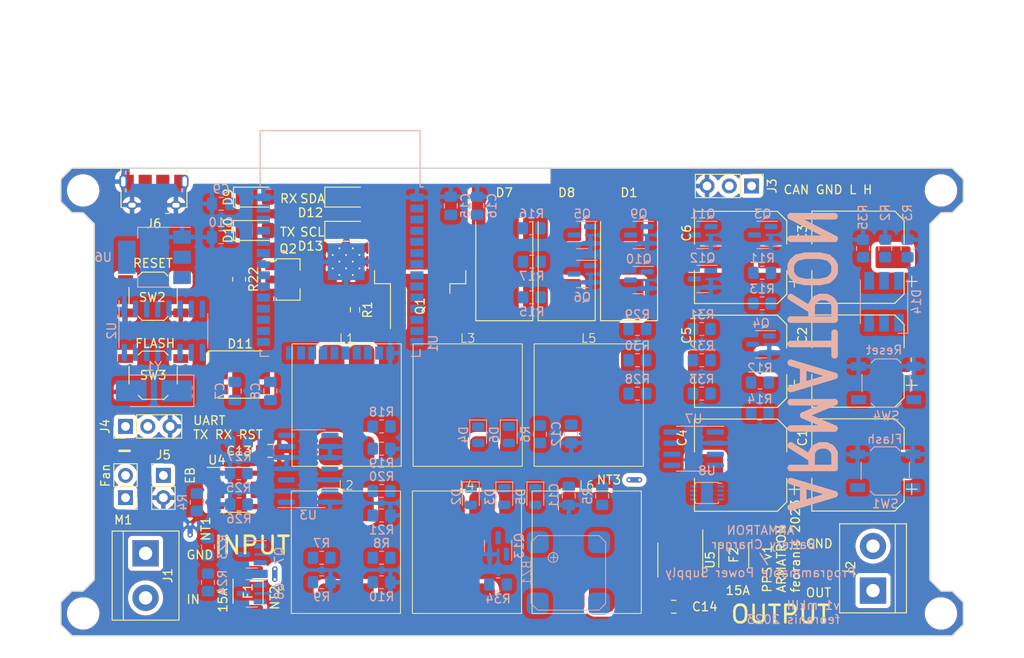
<source format=kicad_pcb>
(kicad_pcb (version 20221018) (generator pcbnew)
  (layers (0 "F.Cu" signal) (31 "B.Cu" signal) (34 "B.Paste" user) (35 "F.Paste" user) (36 "B.SilkS" user "B.Silkscreen") (37 "F.SilkS" user "F.Silkscreen") (38 "B.Mask" user) (39 "F.Mask" user) (44 "Edge.Cuts" user))
  (net 0 "")
  (net 1 "VOUT")
  (net 2 "Net-(C1-Pad2)")
  (net 3 "Net-(C2-Pad2)")
  (net 4 "GND")
  (net 5 "Net-(C4-Pad2)")
  (net 6 "Net-(C5-Pad2)")
  (net 7 "Net-(D1-K)")
  (net 8 "Net-(J1-Pin_2)")
  (net 9 "Net-(J2-Pin_1)")
  (net 10 "SW")
  (net 11 "SWITCH_PIN")
  (net 33 "Net-(L1-Pad2)")
  (net 34 "Net-(L3-Pad2)")
  (net 35 "Net-(L5-Pad2)")
  (net 36 "Net-(U2-XI)")
  (net 38 "Net-(U2-XO)")
  (net 40 "PIN_RESET")
  (net 41 "PIN_FLASH")
  (net 42 "RESET_UART")
  (net 43 "RESET_Header")
  (net 44 "FLASH_UART")
  (net 45 "Net-(D5-K)")
  (net 46 "Net-(D6-K)")
  (net 47 "VBUS")
  (net 48 "D+")
  (net 49 "D-")
  (net 51 "TX")
  (net 52 "RX")
  (net 57 "nDTR")
  (net 58 "nRTS")
  (net 60 "SDA")
  (net 61 "SCL")
  (net 62 "PGND")
  (net 63 "Net-(U4-FILTER)")
  (net 64 "Net-(U5-FILTER)")
  (net 65 "VIN")
  (net 66 "PIN_BATT_B_SENSE")
  (net 67 "PIN_BATT_B_SENSE_ADC")
  (net 68 "PIN_VIN_SENSE")
  (net 69 "PIN_VIN_SENSE_ADC")
  (net 70 "IN")
  (net 71 "OUT")
  (net 72 "PIN_VOUT_SENSE")
  (net 73 "Net-(BZ1-+)")
  (net 74 "Net-(D9-A)")
  (net 75 "Net-(D10-A)")
  (net 76 "PIN_RGB_G")
  (net 77 "PIN_RGB_R")
  (net 78 "PIN_RGB_B")
  (net 79 "Net-(D11-BK)")
  (net 80 "Net-(D11-RK)")
  (net 81 "Net-(D11-GK)")
  (net 82 "Net-(D12-A)")
  (net 83 "Net-(D13-A)")
  (net 84 "EB")
  (net 85 "+12V")
  (net 86 "Net-(M1--)")
  (net 87 "Net-(NT2-Pad1)")
  (net 88 "Net-(NT3-Pad1)")
  (net 89 "Net-(Q2-B)")
  (net 90 "Net-(Q3-B)")
  (net 91 "Net-(Q3-C)")
  (net 92 "Net-(Q4-B)")
  (net 93 "Net-(Q4-C)")
  (net 94 "Net-(Q5-B)")
  (net 95 "Net-(Q5-C)")
  (net 96 "Net-(Q6-B)")
  (net 97 "Net-(Q7-B)")
  (net 98 "Net-(Q8-B)")
  (net 99 "Net-(Q9-B)")
  (net 100 "Net-(Q10-B)")
  (net 101 "Net-(Q10-C)")
  (net 102 "Net-(Q11-B)")
  (net 103 "Net-(Q11-C)")
  (net 104 "Net-(Q12-C)")
  (net 105 "Net-(Q13-B)")
  (net 106 "VIN_ADC")
  (net 107 "VOUT_ADC")
  (net 108 "PIN_Fan")
  (net 109 "PIN_BUZZER")
  (net 110 "+3.3V")
  (net 111 "Net-(D14-BK)")
  (net 112 "Net-(D14-RK)")
  (net 113 "Net-(D14-GK)")
  (net 114 "CANH")
  (net 115 "CANL")
  (net 116 "CTXH")
  (net 117 "CRXH")
  (net 120 "CRX")
  (net 121 "CTX")
  (footprint "Capacitor_SMD:CP_Elec_10x10" (layer "F.Cu") (at 120.668 107.543 180)
    (fp_text reference "C4" (at 6.668 3.126 90) (layer "F.SilkS"))
    (fp_text value "1000uF 16v")
    (pad "1" smd roundrect (at -4 0 180) (size 4 2.5) (layers "F.Cu" "F.Paste" "F.Mask") (roundrect_rratio 0.1) (net 1 "VOUT"))
    (pad "2" smd roundrect (at 4 0 180) (size 4 2.5) (layers "F.Cu" "F.Paste" "F.Mask") (roundrect_rratio 0.1) (net 5 "Net-(C4-Pad2)"))
  )
  (footprint "Diode_SMD:D_SMC_Handsoldering" (layer "F.Cu") (at 93.726 84.156 90)
    (fp_text reference "D7" (at 7.702 0 180) (layer "F.SilkS"))
    (fp_text value "D")
    (pad "1" smd roundrect (at -4.4 0 180) (size 3.3 4.5) (layers "F.Cu" "F.Paste" "F.Mask") (roundrect_rratio 0.07575757576) (net 7 "Net-(D1-K)"))
    (pad "2" smd roundrect (at 4.4 0 180) (size 3.3 4.5) (layers "F.Cu" "F.Paste" "F.Mask") (roundrect_rratio 0.07575757576) (net 62 "PGND"))
  )
  (footprint "Diode_SMD:D_SMC_Handsoldering" (layer "F.Cu") (at 107.95 84.156 90)
    (fp_text reference "D1" (at 7.702 0 180) (layer "F.SilkS"))
    (fp_text value "D")
    (pad "1" smd roundrect (at -4.4 0 180) (size 3.3 4.5) (layers "F.Cu" "F.Paste" "F.Mask") (roundrect_rratio 0.07575757576) (net 7 "Net-(D1-K)"))
    (pad "2" smd roundrect (at 4.4 0 180) (size 3.3 4.5) (layers "F.Cu" "F.Paste" "F.Mask") (roundrect_rratio 0.07575757576) (net 62 "PGND"))
  )
  (footprint "NetTie:NetTie-2_THT_Pad0.3mm" (layer "F.Cu") (at 107.95 109.22)
    (fp_text reference "NT3" (at -2.286 0) (layer "F.SilkS"))
    (fp_text value "NetTie_2")
    (fp_poly (pts (xy 0 -0.3) (xy 1.2 -0.3) (xy 1.2 0.3) (xy 0 0.3)) (fill solid) (layer "F.Cu"))
    (fp_poly (pts (xy 0 -0.3) (xy 1.2 -0.3) (xy 1.2 0.3) (xy 0 0.3)) (fill solid) (layer "B.Cu"))
    (pad "1" thru_hole circle (at 0 0) (size 0.6 0.6) (drill 0.3) (layers "*.Cu") (net 88 "Net-(NT3-Pad1)"))
    (pad "2" thru_hole circle (at 1.2 0) (size 0.6 0.6) (drill 0.3) (layers "*.Cu") (net 71 "OUT"))
  )
  (footprint "Fuse:Fuse_1812_4532Metric_Pad1.30x3.40mm_HandSolder" (layer "F.Cu") (at 119.888 117.795 90)
    (fp_text reference "F2" (at 0 0 90) (layer "F.SilkS"))
    (fp_text value "15A")
    (pad "1" smd roundrect (at -2.225 0 90) (size 1.3 3.4) (layers "F.Cu" "F.Paste" "F.Mask") (roundrect_rratio 0.1923076923) (net 9 "Net-(J2-Pin_1)"))
    (pad "2" smd roundrect (at 2.225 0 90) (size 1.3 3.4) (layers "F.Cu" "F.Paste" "F.Mask") (roundrect_rratio 0.1923076923) (net 71 "OUT"))
  )
  (footprint "components:CDRH124" (layer "F.Cu") (at 75.7555 100.6905)
    (fp_text reference "L1" (at 0 -7.62 unlocked) (layer "F.SilkS") (effects (font (thickness 0.1))))
    (fp_text value "1mH 4A")
    (pad "1" smd roundrect (at -1.7145 -5.207) (size 2.921 3.302) (layers "F.Cu" "F.Paste" "F.Mask") (net 7 "Net-(D1-K)"))
    (pad "1" smd roundrect (at 1.7145 -5.207) (size 2.921 3.302) (layers "F.Cu" "F.Paste" "F.Mask") (net 7 "Net-(D1-K)"))
    (pad "2" smd roundrect (at -1.7145 5.207) (size 2.921 3.302) (layers "F.Cu" "F.Paste" "F.Mask") (net 33 "Net-(L1-Pad2)"))
    (pad "2" smd roundrect (at 1.7145 5.207) (size 2.921 3.302) (layers "F.Cu" "F.Paste" "F.Mask") (net 33 "Net-(L1-Pad2)"))
  )
  (footprint "LED_SMD:LED_1206_3216Metric_Pad1.42x1.75mm_HandSolder" (layer "F.Cu") (at 75.7285 76.962)
    (fp_text reference "D12" (at -4.1005 1.778 180) (layer "F.SilkS"))
    (fp_text value "LED")
    (pad "1" smd roundrect (at -1.4875 0) (size 1.425 1.75) (layers "F.Cu" "F.Paste" "F.Mask") (roundrect_rratio 0.1754392982) (net 110 "+3.3V"))
    (pad "2" smd roundrect (at 1.4875 0) (size 1.425 1.75) (layers "F.Cu" "F.Paste" "F.Mask") (roundrect_rratio 0.1754392982) (net 82 "Net-(D12-A)"))
  )
  (footprint "components:CDRH124" (layer "F.Cu") (at 75.6715 117.475)
    (fp_text reference "L2" (at 0 -7.62 unlocked) (layer "F.SilkS") (effects (font (thickness 0.1))))
    (fp_text value "1mH 4A")
    (pad "1" smd roundrect (at -1.7145 -5.207) (size 2.921 3.302) (layers "F.Cu" "F.Paste" "F.Mask") (net 33 "Net-(L1-Pad2)"))
    (pad "1" smd roundrect (at 1.7145 -5.207) (size 2.921 3.302) (layers "F.Cu" "F.Paste" "F.Mask") (net 33 "Net-(L1-Pad2)"))
    (pad "2" smd roundrect (at -1.7145 5.207) (size 2.921 3.302) (layers "F.Cu" "F.Paste" "F.Mask") (net 1 "VOUT"))
    (pad "2" smd roundrect (at 1.7145 5.207) (size 2.921 3.302) (layers "F.Cu" "F.Paste" "F.Mask") (net 1 "VOUT"))
  )
  (footprint "MountingHole:MountingHole_3.2mm_M3" (layer "F.Cu") (at 45.72 76.2)
    (fp_text reference "MH4" hide)
    (fp_text value "MountingHole_3.2mm_M3")
    (pad "" np_thru_hole circle (at 0 0) (size 3.2 3.2) (drill 3.2) (layers "*.Cu" "*.Mask"))
  )
  (footprint "MountingHole:MountingHole_3.2mm_M3" (layer "F.Cu") (at 45.72 124.46)
    (fp_text reference "MH1" hide)
    (fp_text value "MountingHole_3.2mm_M3")
    (pad "" np_thru_hole circle (at 0 0) (size 3.2 3.2) (drill 3.2) (layers "*.Cu" "*.Mask"))
  )
  (footprint "Connector_PinHeader_2.54mm:PinHeader_1x02_P2.54mm_Vertical" (layer "F.Cu") (at 54.864 108.712)
    (fp_text reference "J5" (at 0 -2.33) (layer "F.SilkS"))
    (fp_text value "Conn_01x02")
    (pad "1" thru_hole rect (at 0 0) (size 1.7 1.7) (drill 1) (layers "*.Cu" "*.Mask") (net 84 "EB"))
    (pad "2" thru_hole oval (at 0 2.54) (size 1.7 1.7) (drill 1) (layers "*.Cu" "*.Mask") (net 4 "GND"))
  )
  (footprint "Connector_USB:USB_Micro-B_Amphenol_10118194_Horizontal" (layer "F.Cu") (at 53.792 76.484 180)
    (fp_text reference "J6" (at 0 -3.5) (layer "F.SilkS"))
    (fp_text value "USB_B_Micro")
    (pad "1" smd rect (at -1.3 -1.4 180) (size 0.4 1.35) (layers "F.Cu" "F.Paste" "F.Mask") (net 47 "VBUS"))
    (pad "2" smd rect (at -0.65 -1.4 180) (size 0.4 1.35) (layers "F.Cu" "F.Paste" "F.Mask") (net 49 "D-"))
    (pad "3" smd rect (at 0 -1.4 180) (size 0.4 1.35) (layers "F.Cu" "F.Paste" "F.Mask") (net 48 "D+"))
    (pad "4" smd rect (at 0.65 -1.4 180) (size 0.4 1.35) (layers "F.Cu" "F.Paste" "F.Mask"))
    (pad "5" smd rect (at 1.3 -1.4 180) (size 0.4 1.35) (layers "F.Cu" "F.Paste" "F.Mask") (net 4 "GND"))
    (pad "6" thru_hole oval (at -3.5 1.3 180) (size 0.89 1.55) (drill oval 0.5 1.15) (layers "*.Cu" "*.Mask") (net 4 "GND"))
    (pad "6" smd rect (at -2.9 1.3 180) (size 1.2 1.55) (layers "F.Cu" "F.Paste" "F.Mask") (net 4 "GND"))
    (pad "6" thru_hole oval (at -2.5 -1.4 180) (size 1.25 0.95) (drill oval 0.85 0.55) (layers "*.Cu" "*.Mask") (net 4 "GND"))
    (pad "6" smd rect (at -1 1.3 180) (size 1.5 1.55) (layers "F.Cu" "F.Paste" "F.Mask") (net 4 "GND"))
    (pad "6" smd rect (at 1 1.3 180) (size 1.5 1.55) (layers "F.Cu" "F.Paste" "F.Mask") (net 4 "GND"))
    (pad "6" thru_hole oval (at 2.5 -1.4 180) (size 1.25 0.95) (drill oval 0.85 0.55) (layers "*.Cu" "*.Mask") (net 4 "GND"))
    (pad "6" smd rect (at 2.9 1.3 180) (size 1.2 1.55) (layers "F.Cu" "F.Paste" "F.Mask") (net 4 "GND"))
    (pad "6" thru_hole oval (at 3.5 1.3 180) (size 0.89 1.55) (drill oval 0.5 1.15) (layers "*.Cu" "*.Mask") (net 4 "GND"))
  )
  (footprint "Package_SO:SOIC-8_3.9x4.9mm_P1.27mm" (layer "F.Cu") (at 63.311 110.363)
    (fp_text reference "U4" (at -2.351 -3.4) (layer "F.SilkS"))
    (fp_text value "ACS712xLCTR-20A")
    (pad "1" smd roundrect (at -2.475 -1.905) (size 1.95 0.6) (layers "F.Cu" "F.Paste" "F.Mask") (net 65 "VIN"))
    (pad "2" smd roundrect (at -2.475 -0.635) (size 1.95 0.6) (layers "F.Cu" "F.Paste" "F.Mask") (net 65 "VIN"))
    (pad "3" smd roundrect (at -2.475 0.635) (size 1.95 0.6) (layers "F.Cu" "F.Paste" "F.Mask") (net 70 "IN"))
    (pad "4" smd roundrect (at -2.475 1.905) (size 1.95 0.6) (layers "F.Cu" "F.Paste" "F.Mask") (net 70 "IN"))
    (pad "5" smd roundrect (at 2.475 1.905) (size 1.95 0.6) (layers "F.Cu" "F.Paste" "F.Mask") (net 4 "GND"))
    (pad "6" smd roundrect (at 2.475 0.635) (size 1.95 0.6) (layers "F.Cu" "F.Paste" "F.Mask") (net 63 "Net-(U4-FILTER)"))
    (pad "7" smd roundrect (at 2.475 -0.635) (size 1.95 0.6) (layers "F.Cu" "F.Paste" "F.Mask") (net 68 "PIN_VIN_SENSE"))
    (pad "8" smd roundrect (at 2.475 -1.905) (size 1.95 0.6) (layers "F.Cu" "F.Paste" "F.Mask") (net 47 "VBUS"))
  )
  (footprint "Diode_SMD:D_SMC_Handsoldering" (layer "F.Cu") (at 100.838 84.156 90)
    (fp_text reference "D8" (at 7.702 0 180) (layer "F.SilkS"))
    (fp_text value "D")
    (pad "1" smd roundrect (at -4.4 0 180) (size 3.3 4.5) (layers "F.Cu" "F.Paste" "F.Mask") (roundrect_rratio 0.07575757576) (net 7 "Net-(D1-K)"))
    (pad "2" smd roundrect (at 4.4 0 180) (size 3.3 4.5) (layers "F.Cu" "F.Paste" "F.Mask") (roundrect_rratio 0.07575757576) (net 62 "PGND"))
  )
  (footprint "Fuse:Fuse_1812_4532Metric_Pad1.30x3.40mm_HandSolder" (layer "F.Cu") (at 64.516 121.92 90)
    (fp_text reference "F1" (at 0 0 90) (layer "F.SilkS"))
    (fp_text value "15A")
    (pad "1" smd roundrect (at -2.225 0 90) (size 1.3 3.4) (layers "F.Cu" "F.Paste" "F.Mask") (roundrect_rratio 0.1923076923) (net 8 "Net-(J1-Pin_2)"))
    (pad "2" smd roundrect (at 2.225 0 90) (size 1.3 3.4) (layers "F.Cu" "F.Paste" "F.Mask") (roundrect_rratio 0.1923076923) (net 70 "IN"))
  )
  (footprint "Package_SO:SOIC-8_3.9x4.9mm_P1.27mm" (layer "F.Cu") (at 113.792 118.364 -90)
    (fp_text reference "U5" (at 0 -3.4 90) (layer "F.SilkS"))
    (fp_text value "ACS712xLCTR-20A")
    (pad "1" smd roundrect (at -2.475 -1.905 270) (size 1.95 0.6) (layers "F.Cu" "F.Paste" "F.Mask") (net 71 "OUT"))
    (pad "2" smd roundrect (at -2.475 -0.635 270) (size 1.95 0.6) (layers "F.Cu" "F.Paste" "F.Mask") (net 71 "OUT"))
    (pad "3" smd roundrect (at -2.475 0.635 270) (size 1.95 0.6) (layers "F.Cu" "F.Paste" "F.Mask") (net 1 "VOUT"))
    (pad "4" smd roundrect (at -2.475 1.905 270) (size 1.95 0.6) (layers "F.Cu" "F.Paste" "F.Mask") (net 1 "VOUT"))
    (pad "5" smd roundrect (at 2.475 1.905 270) (size 1.95 0.6) (layers "F.Cu" "F.Paste" "F.Mask") (net 4 "GND"))
    (pad "6" smd roundrect (at 2.475 0.635 270) (size 1.95 0.6) (layers "F.Cu" "F.Paste" "F.Mask") (net 64 "Net-(U5-FILTER)"))
    (pad "7" smd roundrect (at 2.475 -0.635 270) (size 1.95 0.6) (layers "F.Cu" "F.Paste" "F.Mask") (net 72 "PIN_VOUT_SENSE"))
    (pad "8" smd roundrect (at 2.475 -1.905 270) (size 1.95 0.6) (layers "F.Cu" "F.Paste" "F.Mask") (net 47 "VBUS"))
  )
  (footprint "Capacitor_SMD:CP_Elec_10x10" (layer "F.Cu") (at 120.668 95.693 180)
    (fp_text reference "C5" (at 6.16 2.96 90) (layer "F.SilkS"))
    (fp_text value "1000uF 16v")
    (pad "1" smd roundrect (at -4 0 180) (size 4 2.5) (layers "F.Cu" "F.Paste" "F.Mask") (roundrect_rratio 0.1) (net 5 "Net-(C4-Pad2)"))
    (pad "2" smd roundrect (at 4 0 180) (size 4 2.5) (layers "F.Cu" "F.Paste" "F.Mask") (roundrect_rratio 0.1) (net 6 "Net-(C5-Pad2)"))
  )
  (footprint "Connector_PinHeader_2.54mm:PinHeader_1x03_P2.54mm_Vertical" (layer "F.Cu") (at 50.546 103.124 90)
    (fp_text reference "J4" (at 0 -2.33 90) (layer "F.SilkS"))
    (fp_text value "Conn_01x03_Pin")
    (pad "1" thru_hole rect (at 0 0 90) (size 1.7 1.7) (drill 1) (layers "*.Cu" "*.Mask") (net 51 "TX"))
    (pad "2" thru_hole oval (at 0 2.54 90) (size 1.7 1.7) (drill 1) (layers "*.Cu" "*.Mask") (net 52 "RX"))
    (pad "3" thru_hole oval (at 0 5.08 90) (size 1.7 1.7) (drill 1) (layers "*.Cu" "*.Mask") (net 4 "GND"))
  )
  (footprint "components:CDRH124" (layer "F.Cu") (at 89.5555 100.6905)
    (fp_text reference "L3" (at 0 -7.62 unlocked) (layer "F.SilkS") (effects (font (thickness 0.1))))
    (fp_text value "1mH 4A")
    (pad "1" smd roundrect (at -1.7145 -5.207) (size 2.921 3.302) (layers "F.Cu" "F.Paste" "F.Mask") (net 7 "Net-(D1-K)"))
    (pad "1" smd roundrect (at 1.7145 -5.207) (size 2.921 3.302) (layers "F.Cu" "F.Paste" "F.Mask") (net 7 "Net-(D1-K)"))
    (pad "2" smd roundrect (at -1.7145 5.207) (size 2.921 3.302) (layers "F.Cu" "F.Paste" "F.Mask") (net 34 "Net-(L3-Pad2)"))
    (pad "2" smd roundrect (at 1.7145 5.207) (size 2.921 3.302) (layers "F.Cu" "F.Paste" "F.Mask") (net 34 "Net-(L3-Pad2)"))
  )
  (footprint "components:CDRH124" (layer "F.Cu") (at 103.3555 100.6905)
    (fp_text reference "L5" (at 0 -7.62 unlocked) (layer "F.SilkS") (effects (font (thickness 0.1))))
    (fp_text value "1mH 4A")
    (pad "1" smd roundrect (at -1.7145 -5.207) (size 2.921 3.302) (layers "F.Cu" "F.Paste" "F.Mask") (net 7 "Net-(D1-K)"))
    (pad "1" smd roundrect (at 1.7145 -5.207) (size 2.921 3.302) (layers "F.Cu" "F.Paste" "F.Mask") (net 7 "Net-(D1-K)"))
    (pad "2" smd roundrect (at -1.7145 5.207) (size 2.921 3.302) (layers "F.Cu" "F.Paste" "F.Mask") (net 35 "Net-(L5-Pad2)"))
    (pad "2" smd roundrect (at 1.7145 5.207) (size 2.921 3.302) (layers "F.Cu" "F.Paste" "F.Mask") (net 35 "Net-(L5-Pad2)"))
  )
  (footprint "NetTie:NetTie-2_THT_Pad0.3mm" (layer "F.Cu") (at 67.564 120.58 90)
    (fp_text reference "NT2" (at -2.102 0 90) (layer "F.SilkS"))
    (fp_text value "NetTie_2")
    (fp_poly (pts (xy 0 -0.3) (xy 1.2 -0.3) (xy 1.2 0.3) (xy 0 0.3)) (fill solid) (layer "F.Cu"))
    (fp_poly (pts (xy 0 -0.3) (xy 1.2 -0.3) (xy 1.2 0.3) (xy 0 0.3)) (fill solid) (layer "B.Cu"))
    (pad "1" thru_hole circle (at 0 0 90) (size 0.6 0.6) (drill 0.3) (layers "*.Cu") (net 87 "Net-(NT2-Pad1)"))
    (pad "2" thru_hole circle (at 1.2 0 90) (size 0.6 0.6) (drill 0.3) (layers "*.Cu") (net 70 "IN"))
  )
  (footprint "MountingHole:MountingHole_3.2mm_M3" (layer "F.Cu") (at 143.51 124.46)
    (fp_text reference "MH2" hide)
    (fp_text value "MountingHole_3.2mm_M3")
    (pad "" np_thru_hole circle (at 0 0) (size 3.2 3.2) (drill 3.2) (layers "*.Cu" "*.Mask"))
  )
  (footprint "LED_SMD:LED_1206_3216Metric_Pad1.42x1.75mm_HandSolder" (layer "F.Cu") (at 75.7285 80.86)
    (fp_text reference "D13" (at -4.1005 1.69 180) (layer "F.SilkS"))
    (fp_text value "LED")
    (pad "1" smd roundrect (at -1.4875 0) (size 1.425 1.75) (layers "F.Cu" "F.Paste" "F.Mask") (roundrect_rratio 0.1754392982) (net 110 "+3.3V"))
    (pad "2" smd roundrect (at 1.4875 0) (size 1.425 1.75) (layers "F.Cu" "F.Paste" "F.Mask") (roundrect_rratio 0.1754392982) (net 83 "Net-(D13-A)"))
  )
  (footprint "Resistor_SMD:R_0603_1608Metric_Pad0.98x0.95mm_HandSolder" (layer "F.Cu") (at 76.708 89.8125 -90)
    (fp_text reference "R1" (at 0 -1.43 90) (layer "F.SilkS"))
    (fp_text value "R")
    (pad "1" smd roundrect (at -0.9125 0 270) (size 0.975 0.95) (layers "F.Cu" "F.Paste" "F.Mask") (net 65 "VIN"))
    (pad "2" smd roundrect (at 0.9125 0 270) (size 0.975 0.95) (layers "F.Cu" "F.Paste" "F.Mask") (net 10 "SW"))
  )
  (footprint "Capacitor_SMD:C_0805_2012Metric_Pad1.18x1.45mm_HandSolder" (layer "F.Cu") (at 67.0345 105.918)
    (fp_text reference "C13" (at -3.5345 0) (layer "F.SilkS"))
    (fp_text value "1n")
    (pad "1" smd roundrect (at -1.0375 0) (size 1.175 1.45) (layers "F.Cu" "F.Paste" "F.Mask") (roundrect_rratio 0.2127659574) (net 63 "Net-(U4-FILTER)"))
    (pad "2" smd roundrect (at 1.0375 0) (size 1.175 1.45) (layers "F.Cu" "F.Paste" "F.Mask") (roundrect_rratio 0.2127659574) (net 4 "GND"))
  )
  (footprint "Capacitor_SMD:CP_Elec_10x10" (layer "F.Cu") (at 134.048 95.67 180)
    (fp_text reference "C2" (at 6.332 2.937 270) (layer "F.SilkS"))
    (fp_text value "1000uF 16v")
    (pad "1" smd roundrect (at -4 0 180) (size 4 2.5) (layers "F.Cu" "F.Paste" "F.Mask") (roundrect_rratio 0.1) (net 2 "Net-(C1-Pad2)"))
    (pad "2" smd roundrect (at 4 0 180) (size 4 2.5) (layers "F.Cu" "F.Paste" "F.Mask") (roundrect_rratio 0.1) (net 3 "Net-(C2-Pad2)"))
  )
  (footprint "Package_TO_SOT_SMD:TO-263-2" (layer "F.Cu") (at 84.1375 82.018 90)
    (fp_text reference "Q1" (at -7.39 0 90) (layer "F.SilkS"))
    (fp_text value "IRF4905")
    (pad "1" smd roundrect (at -7.65 -2.54 90) (size 4.6 1.1) (layers "F.Cu" "F.Paste" "F.Mask") (roundrect_rratio 0.2272727273) (net 10 "SW"))
    (pad "2" smd roundrect (at -0.925 -2.775 90) (size 4.55 5.25) (layers "F.Cu" "F.Paste") (roundrect_rratio 0.05494505495) (net 65 "VIN"))
    (pad "2" smd roundrect (at -0.925 2.775 90) (size 4.55 5.25) (layers "F.Cu" "F.Paste") (roundrect_rratio 0.05494505495) (net 65 "VIN"))
    (pad "2" smd roundrect (at 1.5 0 90) (size 9.4 10.8) (layers "F.Cu" "F.Mask") (roundrect_rratio 0.02659595745) (net 65 "VIN"))
    (pad "2" smd roundrect (at 3.925 -2.775 90) (size 4.55 5.25) (layers "F.Cu" "F.Paste") (roundrect_rratio 0.05494505495) (net 65 "VIN"))
    (pad "2" smd roundrect (at 3.925 2.775 90) (size 4.55 5.25) (layers "F.Cu" "F.Paste") (roundrect_rratio 0.05494505495) (net 65 "VIN"))
    (pad "3" smd roundrect (at -7.65 2.54 90) (size 4.6 1.1) (layers "F.Cu" "F.Paste" "F.Mask") (roundrect_rratio 0.2272727273) (net 7 "Net-(D1-K)"))
  )
  (footprint "LED_SMD:LED_1206_3216Metric_Pad1.42x1.75mm_HandSolder" (layer "F.Cu") (at 65.3145 80.772)
    (fp_text reference "D10" (at -3.0845 0 90) (layer "F.SilkS"))
    (fp_text value "LED")
    (pad "1" smd roundrect (at -1.4875 0) (size 1.425 1.75) (layers "F.Cu" "F.Paste" "F.Mask") (roundrect_rratio 0.1754392982) (net 110 "+3.3V"))
    (pad "2" smd roundrect (at 1.4875 0) (size 1.425 1.75) (layers "F.Cu" "F.Paste" "F.Mask") (roundrect_rratio 0.1754392982) (net 75 "Net-(D10-A)"))
  )
  (footprint "Button_Switch_SMD:SW_SPST_TL3342" (layer "F.Cu") (at 53.696 97.282)
    (fp_text reference "SW3" (at 0 0) (layer "F.SilkS"))
    (fp_text value "SW_Push")
    (pad "1" smd rect (at -3.15 -1.9) (size 1.7 1) (layers "F.Cu" "F.Paste" "F.Mask") (net 46 "Net-(D6-K)"))
    (pad "1" smd rect (at 3.15 -1.9) (size 1.7 1) (layers "F.Cu" "F.Paste" "F.Mask") (net 46 "Net-(D6-K)"))
    (pad "2" smd rect (at -3.15 1.9) (size 1.7 1) (layers "F.Cu" "F.Paste" "F.Mask") (net 4 "GND"))
    (pad "2" smd rect (at 3.15 1.9) (size 1.7 1) (layers "F.Cu" "F.Paste" "F.Mask") (net 4 "GND"))
  )
  (footprint "Package_TO_SOT_SMD:SOT-89-3" (layer "F.Cu") (at 69.088 86.36)
    (fp_text reference "Q2" (at 0 -3.5) (layer "F.SilkS"))
    (fp_text value "BCX56")
    (pad "1" smd rect (at -1.95 -1.5) (size 1.3 0.9) (layers "F.Cu" "F.Paste" "F.Mask") (net 89 "Net-(Q2-B)"))
    (pad "2" smd custom (at -1.8625 0) (size 1.475 0.9) (layers "F.Cu" "F.Paste" "F.Mask") (net 86 "Net-(M1--)") (options (clearance outline) (anchor rect)) (primitives (gr_poly (pts (xy 3.8625 0.8665) (xy 0.7375 0.8665) (xy 0.7375 -0.8665) (xy 3.8625 -0.8665)) (width 0) (fill yes))))
    (pad "3" smd rect (at -1.95 1.5) (size 1.3 0.9) (layers "F.Cu" "F.Paste" "F.Mask") (net 4 "GND"))
  )
  (footprint "Connector_PinHeader_2.54mm:PinHeader_1x03_P2.54mm_Vertical" (layer "F.Cu") (at 121.92 75.692 -90)
    (fp_text reference "J3" (at 0 -2.33 90) (layer "F.SilkS"))
    (fp_text value "Conn_01x03_Pin")
    (pad "1" thru_hole rect (at 0 0 270) (size 1.7 1.7) (drill 1) (layers "*.Cu" "*.Mask") (net 114 "CANH"))
    (pad "2" thru_hole oval (at 0 2.54 270) (size 1.7 1.7) (drill 1) (layers "*.Cu" "*.Mask") (net 115 "CANL"))
    (pad "3" thru_hole oval (at 0 5.08 270) (size 1.7 1.7) (drill 1) (layers "*.Cu" "*.Mask") (net 4 "GND"))
  )
  (footprint "NetTie:NetTie-2_THT_Pad0.3mm" (layer "F.Cu") (at 57.912 115.5 90)
    (fp_text reference "NT1" (at 0.692 1.778 90) (layer "F.SilkS"))
    (fp_text value "NetTie_2")
    (fp_poly (pts (xy 0 -0.3) (xy 1.2 -0.3) (xy 1.2 0.3) (xy 0 0.3)) (fill solid) (layer "F.Cu"))
    (fp_poly (pts (xy 0 -0.3) (xy 1.2 -0.3) (xy 1.2 0.3) (xy 0 0.3)) (fill solid) (layer "B.Cu"))
    (pad "1" thru_hole circle (at 0 0 90) (size 0.6 0.6) (drill 0.3) (layers "*.Cu") (net 62 "PGND"))
    (pad "2" thru_hole circle (at 1.2 0 90) (size 0.6 0.6) (drill 0.3) (layers "*.Cu") (net 4 "GND"))
  )
  (footprint "MountingHole:MountingHole_3.2mm_M3" (layer "F.Cu") (at 143.51 76.2)
    (fp_text reference "MH3" hide)
    (fp_text value "MountingHole_3.2mm_M3")
    (pad "" np_thru_hole circle (at 0 0) (size 3.2 3.2) (drill 3.2) (layers "*.Cu" "*.Mask"))
  )
  (footprint "Connector_PinHeader_2.54mm:PinHeader_1x02_P2.54mm_Vertical" (layer "F.Cu") (at 50.546 111.252 180)
    (fp_text reference "M1" (at 0.254 -2.54) (layer "F.SilkS"))
    (fp_text value "Fan")
    (pad "1" thru_hole rect (at 0 0 180) (size 1.7 1.7) (drill 1) (layers "*.Cu" "*.Mask") (net 85 "+12V"))
    (pad "2" thru_hole oval (at 0 2.54 180) (size 1.7 1.7) (drill 1) (layers "*.Cu" "*.Mask") (net 86 "Net-(M1--)"))
  )
  (footprint "LED_SMD:LED_RGB_5050-6" (layer "F.Cu") (at 63.614 97.204)
    (fp_text reference "D11" (at 0 -3.5 180) (layer "F.SilkS"))
    (fp_text value "LED_RGB")
    (pad "1" smd rect (at -2.4 -1.7 90) (size 1.1 2) (layers "F.Cu" "F.Paste" "F.Mask") (net 76 "PIN_RGB_G"))
    (pad "2" smd rect (at -2.4 0 90) (size 1.1 2) (layers "F.Cu" "F.Paste" "F.Mask") (net 77 "PIN_RGB_R"))
    (pad "3" smd rect (at -2.4 1.7 90) (size 1.1 2) (layers "F.Cu" "F.Paste" "F.Mask") (net 78 "PIN_RGB_B"))
    (pad "4" smd rect (at 2.4 1.7 90) (size 1.1 2) (layers "F.Cu" "F.Paste" "F.Mask") (net 79 "Net-(D11-BK)"))
    (pad "5" smd rect (at 2.4 0 90) (size 1.1 2) (layers "F.Cu" "F.Paste" "F.Mask") (net 80 "Net-(D11-RK)"))
    (pad "6" smd rect (at 2.4 -1.7 90) (size 1.1 2) (layers "F.Cu" "F.Paste" "F.Mask") (net 81 "Net-(D11-GK)"))
  )
  (footprint "Resistor_SMD:R_0805_2012Metric_Pad1.20x1.40mm_HandSolder" (layer "F.Cu") (at 63.5 86.344 -90)
    (fp_text reference "R22" (at 0 -1.65 90) (layer "F.SilkS"))
    (fp_text value "10K")
    (pad "1" smd roundrect (at -1 0 270) (size 1.2 1.4) (layers "F.Cu" "F.Paste" "F.Mask") (roundrect_rratio 0.2083333333) (net 89 "Net-(Q2-B)"))
    (pad "2" smd roundrect (at 1 0 270) (size 1.2 1.4) (layers "F.Cu" "F.Paste" "F.Mask") (roundrect_rratio 0.2083333333) (net 108 "PIN_Fan"))
  )
  (footprint "TerminalBlock:TerminalBlock_bornier-2_P5.08mm" (layer "F.Cu") (at 135.763 121.855 90)
    (fp_text reference "J2" (at 2.54 -2.54 90) (layer "F.SilkS"))
    (fp_text value "Screw_Terminal_01x02")
    (pad "1" thru_hole rect (at 0 0 90) (size 3 3) (drill 1.52) (layers "*.Cu" "*.Mask") (net 9 "Net-(J2-Pin_1)"))
    (pad "2" thru_hole circle (at 5.08 0 90) (size 3 3) (drill 1.52) (layers "*.Cu" "*.Mask") (net 62 "PGND"))
  )
  (footprint "Button_Switch_SMD:SW_SPST_TL3342" (layer "F.Cu") (at 53.696 88.27)
    (fp_text reference "SW2" (at -0.102 0.122) (layer "F.SilkS"))
    (fp_text value "SW_Push")
    (pad "1" smd rect (at -3.15 -1.9) (size 1.7 1) (layers "F.Cu" "F.Paste" "F.Mask") (net 45 "Net-(D5-K)"))
    (pad "1" smd rect (at 3.15 -1.9) (size 1.7 1) (layers "F.Cu" "F.Paste" "F.Mask") (net 45 "Net-(D5-K)"))
    (pad "2" smd rect (at -3.15 1.9) (size 1.7 1) (layers "F.Cu" "F.Paste" "F.Mask") (net 4 "GND"))
    (pad "2" smd rect (at 3.15 1.9) (size 1.7 1) (layers "F.Cu" "F.Paste" "F.Mask") (net 4 "GND"))
  )
  (footprint "Capacitor_SMD:C_0805_2012Metric_Pad1.18x1.45mm_HandSolder" (layer "F.Cu") (at 113.0515 123.698 180)
    (fp_text reference "C14" (at -3.5345 0) (layer "F.SilkS"))
    (fp_text value "1n")
    (pad "1" smd roundrect (at -1.0375 0 180) (size 1.175 1.45) (layers "F.Cu" "F.Paste" "F.Mask") (roundrect_rratio 0.2127659574) (net 64 "Net-(U5-FILTER)"))
    (pad "2" smd roundrect (at 1.0375 0 180) (size 1.175 1.45) (layers "F.Cu" "F.Paste" "F.Mask") (roundrect_rratio 0.2127659574) (net 4 "GND"))
  )
  (footprint "components:CDRH124" (layer "F.Cu") (at 103.124 117.475)
    (fp_text reference "L6" (at 0 -7.62 unlocked) (layer "F.SilkS") (effects (font (thickness 0.1))))
    (fp_text value "1mH 4A")
    (pad "1" smd roundrect (at -1.7145 -5.207) (size 2.921 3.302) (layers "F.Cu" "F.Paste" "F.Mask") (net 35 "Net-(L5-Pad2)"))
    (pad "1" smd roundrect (at 1.7145 -5.207) (size 2.921 3.302) (layers "F.Cu" "F.Paste" "F.Mask") (net 35 "Net-(L5-Pad2)"))
    (pad "2" smd roundrect (at -1.7145 5.207) (size 2.921 3.302) (layers "F.Cu" "F.Paste" "F.Mask") (net 1 "VOUT"))
    (pad "2" smd roundrect (at 1.7145 5.207) (size 2.921 3.302) (layers "F.Cu" "F.Paste" "F.Mask") (net 1 "VOUT"))
  )
  (footprint "Capacitor_SMD:CP_Elec_10x10" (layer "F.Cu") (at 120.668 83.843 180)
    (fp_text reference "C6" (at 6.16 2.794 90) (layer "F.SilkS"))
    (fp_text value "1000uF 16v")
    (pad "1" smd roundrect (at -4 0 180) (size 4 2.5) (layers "F.Cu" "F.Paste" "F.Mask") (roundrect_rratio 0.1) (net 6 "Net-(C5-Pad2)"))
    (pad "2" smd roundrect (at 4 0 180) (size 4 2.5) (layers "F.Cu" "F.Paste" "F.Mask") (roundrect_rratio 0.1) (net 62 "PGND"))
  )
  (footprint "Capacitor_SMD:CP_Elec_10x10" (layer "F.Cu") (at 134.048 107.52 180)
    (fp_text reference "C1" (at 6.332 3.103 90) (layer "F.SilkS"))
    (fp_text value "1000uF 16v")
    (pad "1" smd roundrect (at -4 0 180) (size 4 2.5) (layers "F.Cu" "F.Paste" "F.Mask") (roundrect_rratio 0.1) (net 1 "VOUT"))
    (pad "2" smd roundrect (at 4 0 180) (size 4 2.5) (layers "F.Cu" "F.Paste" "F.Mask") (roundrect_rratio 0.1) (net 2 "Net-(C1-Pad2)"))
  )
  (footprint "components:CDRH124" (layer "F.Cu") (at 89.4715 117.475)
    (fp_text reference "L4" (at 0 -7.62 unlocked) (layer "F.SilkS") (effects (font (thickness 0.1))))
    (fp_text value "1mH 4A")
    (pad "1" smd roundrect (at -1.7145 -5.207) (size 2.921 3.302) (layers "F.Cu" "F.Paste" "F.Mask") (net 34 "Net-(L3-Pad2)"))
    (pad "1" smd roundrect (at 1.7145 -5.207) (size 2.921 3.302) (layers "F.Cu" "F.Paste" "F.Mask") (net 34 "Net-(L3-Pad2)"))
    (pad "2" smd roundrect (at -1.7145 5.207) (size 2.921 3.302) (layers "F.Cu" "F.Paste" "F.Mask") (net 1 "VOUT"))
    (pad "2" smd roundrect (at 1.7145 5.207) (size 2.921 3.302) (layers "F.Cu" "F.Paste" "F.Mask") (net 1 "VOUT"))
  )
  (footprint "Capacitor_SMD:CP_Elec_10x10" (layer "F.Cu") (at 134.048 83.82 180)
    (fp_text reference "C3" (at 6.332 2.771 270) (layer "F.SilkS"))
    (fp_text value "1000uF 16v")
    (pad "1" smd roundrect (at -4 0 180) (size 4 2.5) (layers "F.Cu" "F.Paste" "F.Mask") (roundrect_rratio 0.1) (net 3 "Net-(C2-Pad2)"))
    (pad "2" smd roundrect (at 4 0 180) (size 4 2.5) (layers "F.Cu" "F.Paste" "F.Mask") (roundrect_rratio 0.1) (net 62 "PGND"))
  )
  (footprint "LED_SMD:LED_1206_3216Metric_Pad1.42x1.75mm_HandSolder" (layer "F.Cu") (at 65.3145 76.962)
    (fp_text reference "D9" (at -3.0845 0 90) (layer "F.SilkS"))
    (fp_text value "LED")
    (pad "1" smd roundrect (at -1.4875 0) (size 1.425 1.75) (layers "F.Cu" "F.Paste" "F.Mask") (roundrect_rratio 0.1754392982) (net 110 "+3.3V"))
    (pad "2" smd roundrect (at 1.4875 0) (size 1.425 1.75) (layers "F.Cu" "F.Paste" "F.Mask") (roundrect_rratio 0.1754392982) (net 74 "Net-(D9-A)"))
  )
  (footprint "TerminalBlock:TerminalBlock_bornier-2_P5.08mm" (layer "F.Cu") (at 52.832 117.602 -90)
    (fp_text reference "J1" (at 2.54 -2.54 90) (layer "F.SilkS"))
    (fp_text value "Screw_Terminal_01x02")
    (pad "1" thru_hole rect (at 0 0 270) (size 3 3) (drill 1.52) (layers "*.Cu" "*.Mask") (net 62 "PGND"))
    (pad "2" thru_hole circle (at 5.08 0 270) (size 3 3) (drill 1.52) (layers "*.Cu" "*.Mask") (net 8 "Net-(J1-Pin_2)"))
  )
  (footprint "Diode_SMD:D_0805_2012Metric" (layer "B.Cu") (at 94.234 104.0745 -90)
    (fp_text reference "D6" (at 0 1.65 90) (layer "B.SilkS") (effects (justify mirror)))
    (fp_text value "D")
    (pad "1" smd roundrect (at -0.9375 0 270) (size 0.975 1.4) (layers "B.Cu" "B.Paste" "B.Mask") (net 46 "Net-(D6-K)"))
    (pad "2" smd roundrect (at 0.9375 0 270) (size 0.975 1.4) (layers "B.Cu" "B.Paste" "B.Mask") (net 41 "PIN_FLASH"))
  )
  (footprint "Package_TO_SOT_SMD:SOT-23" (layer "B.Cu") (at 109.063 86.426 180)
    (fp_text reference "Q10" (at 0 2.4) (layer "B.SilkS") (effects (justify mirror)))
    (fp_text value "BC817")
    (pad "1" smd roundrect (at -0.9375 0.95 180) (size 1.475 0.6) (layers "B.Cu" "B.Paste" "B.Mask") (net 100 "Net-(Q10-B)"))
    (pad "2" smd roundrect (at -0.9375 -0.95 180) (size 1.475 0.6) (layers "B.Cu" "B.Paste" "B.Mask") (net 4 "GND"))
    (pad "3" smd roundrect (at 0.9375 0 180) (size 1.475 0.6) (layers "B.Cu" "B.Paste" "B.Mask") (net 101 "Net-(Q10-C)"))
  )
  (footprint "Package_SO:SOIC-14_3.9x8.7mm_P1.27mm" (layer "B.Cu") (at 71.374 107.95)
    (fp_text reference "U3" (at 0 5.28) (layer "B.SilkS") (effects (justify mirror)))
    (fp_text value "MCP3428")
    (pad "1" smd roundrect (at -2.475 3.81) (size 1.95 0.6) (layers "B.Cu" "B.Paste" "B.Mask") (net 68 "PIN_VIN_SENSE"))
    (pad "2" smd roundrect (at -2.475 2.54) (size 1.95 0.6) (layers "B.Cu" "B.Paste" "B.Mask") (net 4 "GND"))
    (pad "3" smd roundrect (at -2.475 1.27) (size 1.95 0.6) (layers "B.Cu" "B.Paste" "B.Mask") (net 72 "PIN_VOUT_SENSE"))
    (pad "4" smd roundrect (at -2.475 0) (size 1.95 0.6) (layers "B.Cu" "B.Paste" "B.Mask") (net 4 "GND"))
    (pad "5" smd roundrect (at -2.475 -1.27) (size 1.95 0.6) (layers "B.Cu" "B.Paste" "B.Mask") (net 4 "GND"))
    (pad "6" smd roundrect (at -2.475 -2.54) (size 1.95 0.6) (layers "B.Cu" "B.Paste" "B.Mask") (net 110 "+3.3V"))
    (pad "7" smd roundrect (at -2.475 -3.81) (size 1.95 0.6) (layers "B.Cu" "B.Paste" "B.Mask") (net 60 "SDA"))
    (pad "8" smd roundrect (at 2.475 -3.81) (size 1.95 0.6) (layers "B.Cu" "B.Paste" "B.Mask") (net 61 "SCL"))
    (pad "9" smd roundrect (at 2.475 -2.54) (size 1.95 0.6) (layers "B.Cu" "B.Paste" "B.Mask") (net 4 "GND"))
    (pad "10" smd roundrect (at 2.475 -1.27) (size 1.95 0.6) (layers "B.Cu" "B.Paste" "B.Mask") (net 4 "GND"))
    (pad "11" smd roundrect (at 2.475 0) (size 1.95 0.6) (layers "B.Cu" "B.Paste" "B.Mask") (net 106 "VIN_ADC"))
    (pad "12" smd roundrect (at 2.475 1.27) (size 1.95 0.6) (layers "B.Cu" "B.Paste" "B.Mask") (net 4 "GND"))
    (pad "13" smd roundrect (at 2.475 2.54) (size 1.95 0.6) (layers "B.Cu" "B.Paste" "B.Mask") (net 107 "VOUT_ADC"))
    (pad "14" smd roundrect (at 2.475 3.81) (size 1.95 0.6) (layers "B.Cu" "B.Paste" "B.Mask") (net 4 "GND"))
  )
  (footprint "Resistor_SMD:R_0805_2012Metric_Pad1.20x1.40mm_HandSolder" (layer "B.Cu") (at 139.7 82.82 -90)
    (fp_text reference "R3" (at -4.08 0 90) (layer "B.SilkS") (effects (justify mirror)))
    (fp_text value "220R")
    (pad "1" smd roundrect (at -1 0 270) (size 1.2 1.4) (layers "B.Cu" "B.Paste" "B.Mask") (roundrect_rratio 0.2083333333) (net 4 "GND"))
    (pad "2" smd roundrect (at 1 0 270) (size 1.2 1.4) (layers "B.Cu" "B.Paste" "B.Mask") (roundrect_rratio 0.2083333333) (net 113 "Net-(D14-GK)"))
  )
  (footprint "Diode_SMD:D_0805_2012Metric" (layer "B.Cu") (at 93.726 111.14 -90)
    (fp_text reference "D3" (at 0 1.65 90) (layer "B.SilkS") (effects (justify mirror)))
    (fp_text value "D")
    (pad "1" smd roundrect (at -0.9375 0 270) (size 0.975 1.4) (layers "B.Cu" "B.Paste" "B.Mask") (net 43 "RESET_Header"))
    (pad "2" smd roundrect (at 0.9375 0 270) (size 0.975 1.4) (layers "B.Cu" "B.Paste" "B.Mask") (net 40 "PIN_RESET"))
  )
  (footprint "Package_TO_SOT_SMD:SOT-23" (layer "B.Cu") (at 102.616 81.28 180)
    (fp_text reference "Q5" (at 0 2.4) (layer "B.SilkS") (effects (justify mirror)))
    (fp_text value "BC817")
    (pad "1" smd roundrect (at -0.9375 0.95 180) (size 1.475 0.6) (layers "B.Cu" "B.Paste" "B.Mask") (net 94 "Net-(Q5-B)"))
    (pad "2" smd roundrect (at -0.9375 -0.95 180) (size 1.475 0.6) (layers "B.Cu" "B.Paste" "B.Mask") (net 4 "GND"))
    (pad "3" smd roundrect (at 0.9375 0 180) (size 1.475 0.6) (layers "B.Cu" "B.Paste" "B.Mask") (net 95 "Net-(Q5-C)"))
  )
  (footprint "Package_TO_SOT_SMD:SOT-23" (layer "B.Cu") (at 93.02 116.7515 90)
    (fp_text reference "Q13" (at 0 2.4 90) (layer "B.SilkS") (effects (justify mirror)))
    (fp_text value "BC817")
    (pad "1" smd roundrect (at -0.9375 0.95 90) (size 1.475 0.6) (layers "B.Cu" "B.Paste" "B.Mask") (net 105 "Net-(Q13-B)"))
    (pad "2" smd roundrect (at -0.9375 -0.95 90) (size 1.475 0.6) (layers "B.Cu" "B.Paste" "B.Mask") (net 4 "GND"))
    (pad "3" smd roundrect (at 0.9375 0 90) (size 1.475 0.6) (layers "B.Cu" "B.Paste" "B.Mask") (net 73 "Net-(BZ1-+)"))
  )
  (footprint "Resistor_SMD:R_0805_2012Metric_Pad1.20x1.40mm_HandSolder" (layer "B.Cu") (at 79.74 105.664)
    (fp_text reference "R19" (at 0 1.65) (layer "B.SilkS") (effects (justify mirror)))
    (fp_text value "15K")
    (pad "1" smd roundrect (at -1 0) (size 1.2 1.4) (layers "B.Cu" "B.Paste" "B.Mask") (roundrect_rratio 0.2083333333) (net 106 "VIN_ADC"))
    (pad "2" smd roundrect (at 1 0) (size 1.2 1.4) (layers "B.Cu" "B.Paste" "B.Mask") (roundrect_rratio 0.2083333333) (net 4 "GND"))
  )
  (footprint "Resistor_SMD:R_0805_2012Metric_Pad1.20x1.40mm_HandSolder" (layer "B.Cu") (at 123.1275 85.598 180)
    (fp_text reference "R11" (at 0 1.65) (layer "B.SilkS") (effects (justify mirror)))
    (fp_text value "10K")
    (pad "1" smd roundrect (at -1 0 180) (size 1.2 1.4) (layers "B.Cu" "B.Paste" "B.Mask") (roundrect_rratio 0.2083333333) (net 52 "RX"))
    (pad "2" smd roundrect (at 1 0 180) (size 1.2 1.4) (layers "B.Cu" "B.Paste" "B.Mask") (roundrect_rratio 0.2083333333) (net 90 "Net-(Q3-B)"))
  )
  (footprint "Resistor_SMD:R_0805_2012Metric_Pad1.20x1.40mm_HandSolder" (layer "B.Cu") (at 96.8365 80.518 180)
    (fp_text reference "R16" (at 0 1.65) (layer "B.SilkS") (effects (justify mirror)))
    (fp_text value "1K")
    (pad "1" smd roundrect (at -1 0 180) (size 1.2 1.4) (layers "B.Cu" "B.Paste" "B.Mask") (roundrect_rratio 0.2083333333) (net 95 "Net-(Q5-C)"))
    (pad "2" smd roundrect (at 1 0 180) (size 1.2 1.4) (layers "B.Cu" "B.Paste" "B.Mask") (roundrect_rratio 0.2083333333) (net 96 "Net-(Q6-B)"))
  )
  (footprint "Package_TO_SOT_SMD:SOT-23" (layer "B.Cu") (at 102.616 85.73 180)
    (fp_text reference "Q6" (at 0 -2.662) (layer "B.SilkS") (effects (justify mirror)))
    (fp_text value "BC817")
    (pad "1" smd roundrect (at -0.9375 0.95 180) (size 1.475 0.6) (layers "B.Cu" "B.Paste" "B.Mask") (net 96 "Net-(Q6-B)"))
    (pad "2" smd roundrect (at -0.9375 -0.95 180) (size 1.475 0.6) (layers "B.Cu" "B.Paste" "B.Mask") (net 4 "GND"))
    (pad "3" smd roundrect (at 0.9375 0 180) (size 1.475 0.6) (layers "B.Cu" "B.Paste" "B.Mask") (net 10 "SW"))
  )
  (footprint "Resistor_SMD:R_0805_2012Metric_Pad1.20x1.40mm_HandSolder" (layer "B.Cu") (at 59.944 116.856 90)
    (fp_text reference "R23" (at 0 1.65 90) (layer "B.SilkS") (effects (justify mirror)))
    (fp_text value "10K")
    (pad "1" smd roundrect (at -1 0 90) (size 1.2 1.4) (layers "B.Cu" "B.Paste" "B.Mask") (roundrect_rratio 0.2083333333) (net 57 "nDTR"))
    (pad "2" smd roundrect (at 1 0 90) (size 1.2 1.4) (layers "B.Cu" "B.Paste" "B.Mask") (roundrect_rratio 0.2083333333) (net 97 "Net-(Q7-B)"))
  )
  (footprint "Package_TO_SOT_SMD:SOT-23" (layer "B.Cu") (at 64.9455 117.724 180)
    (fp_text reference "Q7" (at -3.1265 -0.132 90) (layer "B.SilkS") (effects (justify mirror)))
    (fp_text value "BC817")
    (pad "1" smd roundrect (at -0.9375 0.95 180) (size 1.475 0.6) (layers "B.Cu" "B.Paste" "B.Mask") (net 97 "Net-(Q7-B)"))
    (pad "2" smd roundrect (at -0.9375 -0.95 180) (size 1.475 0.6) (layers "B.Cu" "B.Paste" "B.Mask") (net 58 "nRTS"))
    (pad "3" smd roundrect (at 0.9375 0 180) (size 1.475 0.6) (layers "B.Cu" "B.Paste" "B.Mask") (net 42 "RESET_UART"))
  )
  (footprint "Resistor_SMD:R_0805_2012Metric_Pad1.20x1.40mm_HandSolder" (layer "B.Cu") (at 123.1275 89.088 180)
    (fp_text reference "R13" (at 0 1.65) (layer "B.SilkS") (effects (justify mirror)))
    (fp_text value "1k")
    (pad "1" smd roundrect (at -1 0 180) (size 1.2 1.4) (layers "B.Cu" "B.Paste" "B.Mask") (roundrect_rratio 0.2083333333) (net 91 "Net-(Q3-C)"))
    (pad "2" smd roundrect (at 1 0 180) (size 1.2 1.4) (layers "B.Cu" "B.Paste" "B.Mask") (roundrect_rratio 0.2083333333) (net 74 "Net-(D9-A)"))
  )
  (footprint "Resistor_SMD:R_0805_2012Metric_Pad1.20x1.40mm_HandSolder" (layer "B.Cu") (at 59.944 120.92 90)
    (fp_text reference "R24" (at 0 1.65 90) (layer "B.SilkS") (effects (justify mirror)))
    (fp_text value "10K")
    (pad "1" smd roundrect (at -1 0 90) (size 1.2 1.4) (layers "B.Cu" "B.Paste" "B.Mask") (roundrect_rratio 0.2083333333) (net 58 "nRTS"))
    (pad "2" smd roundrect (at 1 0 90) (size 1.2 1.4) (layers "B.Cu" "B.Paste" "B.Mask") (roundrect_rratio 0.2083333333) (net 98 "Net-(Q8-B)"))
  )
  (footprint "Resistor_SMD:R_0805_2012Metric_Pad1.20x1.40mm_HandSolder" (layer "B.Cu") (at 116.2375 92.014 180)
    (fp_text reference "R31" (at 0 1.65) (layer "B.SilkS") (effects (justify mirror)))
    (fp_text value "10K")
    (pad "1" smd roundrect (at -1 0 180) (size 1.2 1.4) (layers "B.Cu" "B.Paste" "B.Mask") (roundrect_rratio 0.2083333333) (net 61 "SCL"))
    (pad "2" smd roundrect (at 1 0 180) (size 1.2 1.4) (layers "B.Cu" "B.Paste" "B.Mask") (roundrect_rratio 0.2083333333) (net 102 "Net-(Q11-B)"))
  )
  (footprint "RF_Module:ESP32-WROOM-32" (layer "B.Cu") (at 75.0125 85.239 180)
    (fp_text reference "U1" (at -10.61 -8.43 90) (layer "B.SilkS") (effects (justify mirror)))
    (fp_text value "ESP32-WROOM-32")
    (pad "1" smd rect (at -8.75 8.25 180) (size 1.5 0.9) (layers "B.Cu" "B.Paste" "B.Mask") (net 4 "GND"))
    (pad "2" smd rect (at -8.75 6.98 180) (size 1.5 0.9) (layers "B.Cu" "B.Paste" "B.Mask") (net 110 "+3.3V"))
    (pad "3" smd rect (at -8.75 5.71 180) (size 1.5 0.9) (layers "B.Cu" "B.Paste" "B.Mask") (net 40 "PIN_RESET"))
    (pad "4" smd rect (at -8.75 4.44 180) (size 1.5 0.9) (layers "B.Cu" "B.Paste" "B.Mask"))
    (pad "5" smd rect (at -8.75 3.17 180) (size 1.5 0.9) (layers "B.Cu" "B.Paste" "B.Mask"))
    (pad "6" smd rect (at -8.75 1.9 180) (size 1.5 0.9) (layers "B.Cu" "B.Paste" "B.Mask"))
    (pad "7" smd rect (at -8.75 0.63 180) (size 1.5 0.9) (layers "B.Cu" "B.Paste" "B.Mask"))
    (pad "8" smd rect (at -8.75 -0.64 180) (size 1.5 0.9) (layers "B.Cu" "B.Paste" "B.Mask"))
    (pad "9" smd rect (at -8.75 -1.91 180) (size 1.5 0.9) (layers "B.Cu" "B.Paste" "B.Mask"))
    (pad "10" smd rect (at -8.75 -3.18 180) (size 1.5 0.9) (layers "B.Cu" "B.Paste" "B.Mask"))
    (pad "11" smd rect (at -8.75 -4.45 180) (size 1.5 0.9) (layers "B.Cu" "B.Paste" "B.Mask") (net 60 "SDA"))
    (pad "12" smd rect (at -8.75 -5.72 180) (size 1.5 0.9) (layers "B.Cu" "B.Paste" "B.Mask") (net 61 "SCL"))
    (pad "13" smd rect (at -8.75 -6.99 180) (size 1.5 0.9) (layers "B.Cu" "B.Paste" "B.Mask"))
    (pad "14" smd rect (at -8.75 -8.26 180) (size 1.5 0.9) (layers "B.Cu" "B.Paste" "B.Mask"))
    (pad "15" smd rect (at -5.71 -9.51 90) (size 1.5 0.9) (layers "B.Cu" "B.Paste" "B.Mask") (net 4 "GND"))
    (pad "16" smd rect (at -4.44 -9.51 90) (size 1.5 0.9) (layers "B.Cu" "B.Paste" "B.Mask"))
    (pad "17" smd rect (at -3.17 -9.51 90) (size 1.5 0.9) (layers "B.Cu" "B.Paste" "B.Mask"))
    (pad "18" smd rect (at -1.9 -9.51 90) (size 1.5 0.9) (layers "B.Cu" "B.Paste" "B.Mask"))
    (pad "19" smd rect (at -0.63 -9.51 90) (size 1.5 0.9) (layers "B.Cu" "B.Paste" "B.Mask"))
    (pad "20" smd rect (at 0.64 -9.51 90) (size 1.5 0.9) (layers "B.Cu" "B.Paste" "B.Mask"))
    (pad "21" smd rect (at 1.91 -9.51 90) (size 1.5 0.9) (layers "B.Cu" "B.Paste" "B.Mask"))
    (pad "22" smd rect (at 3.18 -9.51 90) (size 1.5 0.9) (layers "B.Cu" "B.Paste" "B.Mask"))
    (pad "23" smd rect (at 4.45 -9.51 90) (size 1.5 0.9) (layers "B.Cu" "B.Paste" "B.Mask") (net 77 "PIN_RGB_R"))
    (pad "24" smd rect (at 5.72 -9.51 90) (size 1.5 0.9) (layers "B.Cu" "B.Paste" "B.Mask"))
    (pad "25" smd rect (at 8.75 -8.26 180) (size 1.5 0.9) (layers "B.Cu" "B.Paste" "B.Mask") (net 41 "PIN_FLASH"))
    (pad "26" smd rect (at 8.75 -6.99 180) (size 1.5 0.9) (layers "B.Cu" "B.Paste" "B.Mask"))
    (pad "27" smd rect (at 8.75 -5.72 180) (size 1.5 0.9) (layers "B.Cu" "B.Paste" "B.Mask") (net 76 "PIN_RGB_G"))
    (pad "28" smd rect (at 8.75 -4.45 180) (size 1.5 0.9) (layers "B.Cu" "B.Paste" "B.Mask") (net 78 "PIN_RGB_B"))
    (pad "29" smd rect (at 8.75 -3.18 180) (size 1.5 0.9) (layers "B.Cu" "B.Paste" "B.Mask"))
    (pad "30" smd rect (at 8.75 -1.91 180) (size 1.5 0.9) (layers "B.Cu" "B.Paste" "B.Mask") (net 11 "SWITCH_PIN"))
    (pad "31" smd rect (at 8.75 -0.64 180) (size 1.5 0.9) (layers "B.Cu" "B.Paste" "B.Mask") (net 84 "EB"))
    (pad "32" smd rect (at 8.75 0.63 180) (size 1.5 0.9) (layers "B.Cu" "B.Paste" "B.Mask"))
    (pad "33" smd rect (at 8.75 1.9 180) (size 1.5 0.9) (layers "B.Cu" "B.Paste" "B.Mask") (net 108 "PIN_Fan"))
    (pad "34" smd rect (at 8.75 3.17 180) (size 1.5 0.9) (layers "B.Cu" "B.Paste" "B.Mask") (net 52 "RX"))
    (pad "35" smd rect (at 8.75 4.44 180) (size 1.5 0.9) (layers "B.Cu" "B.Paste" "B.Mask") (net 51 "TX"))
    (pad "36" smd rect (at 8.75 5.71 180) (size 1.5 0.9) (layers "B.Cu" "B.Paste" "B.Mask") (net 109 "PIN_BUZZER"))
    (pad "37" smd rect (at 8.75 6.98 180) (size 1.5 0.9) (layers "B.Cu" "B.Paste" "B.Mask"))
    (pad "38" smd rect (at 8.75 8.25 180) (size 1.5 0.9) (layers "B.Cu" "B.Paste" "B.Mask") (net 4 "GND"))
    (pad "39" smd rect (at -2.205 -0.615 180) (size 1.05 1.05) (layers "B.Cu" "B.Paste") (net 4 "GND"))
    (pad "39" thru_hole circle (at -2.205 0.1475 180) (size 0.6 0.6) (drill 0.2) (property pad_prop_heatsink) (layers "*.Cu" "B.Mask") (net 4 "GND"))
    (pad "39" smd rect (at -2.205 0.91 180) (size 1.05 1.05) (layers "B.Cu" "B.Paste") (net 4 "GND"))
    (pad "39" thru_hole circle (at -2.205 1.6725 180) (size 0.6 0.6) (drill 0.2) (property pad_prop_heatsink) (layers "*.Cu" "B.Mask") (net 4 "GND"))
    (pad "39" smd rect (at -2.205 2.435 180) (size 1.05 1.05) (layers "B.Cu" "B.Paste") (net 4 "GND"))
    (pad "39" thru_hole circle (at -1.4425 -0.615 180) (size 0.6 0.6) (drill 0.2) (property pad_prop_heatsink) (layers "*.Cu" "B.Mask") (net 4 "GND"))
    (pad "39" thru_hole circle (at -1.4425 0.91 180) (size 0.6 0.6) (drill 0.2) (property pad_prop_heatsink) (layers "*.Cu" "B.Mask") (net 4 "GND"))
    (pad "39" thru_hole circle (at -1.4425 2.435 180) (size 0.6 0.6) (drill 0.2) (property pad_prop_heatsink) (layers "*.Cu" "B.Mask") (net 4 "GND"))
    (pad "39" smd rect (at -0.68 -0.615 180) (size 1.05 1.05) (layers "B.Cu" "B.Paste") (net 4 "GND"))
    (pad "39" thru_hole circle (at -0.68 0.1475 180) (size 0.6 0.6) (drill 0.2) (property pad_prop_heatsink) (layers "*.Cu" "B.Mask") (net 4 "GND"))
    (pad "39" smd rect (at -0.68 0.91 180) (size 1.05 1.05) (layers "B.Cu" "B.Paste") (net 4 "GND"))
    (pad "39" smd rect (at -0.68 0.91 180) (size 4.2 4.2) (layers "B.Cu" "B.Mask") (net 4 "GND"))
    (pad "39" thru_hole circle (at -0.68 1.6725 180) (size 0.6 0.6) (drill 0.2) (property pad_prop_heatsink) (layers "*.Cu" "B.Mask") (net 4 "GND"))
    (pad "39" smd rect (at -0.68 2.435 180) (size 1.05 1.05) (layers "B.Cu" "B.Paste") (net 4 "GND"))
    (pad "39" thru_hole circle (at 0.0825 -0.615 180) (size 0.6 0.6) (drill 0.2) (property pad_prop_heatsink) (layers "*.Cu" "B.Mask") (net 4 "GND"))
    (pad "39" thru_hole circle (at 0.0825 0.91 180) (size 0.6 0.6) (drill 0.2) (property pad_prop_heatsink) (layers "*.Cu" "B.Mask") (net 4 "GND"))
    (pad "39" thru_hole circle (at 0.0825 2.435 180) (size 0.6 0.6) (drill 0.2) (property pad_prop_heatsink) (layers "*.Cu" "B.Mask") (net 4 "GND"))
    (pad "39" smd rect (at 0.845 -0.615 180) (size 1.05 1.05) (layers "B.Cu" "B.Paste") (net 4 "GND"))
    (pad "39" thru_hole circle (at 0.845 0.1475 180) (size 0.6 0.6) (drill 0.2) (property pad_prop_heatsink) (layers "*.Cu" "B.Mask") (net 4 "GND"))
    (pad "39" smd rect (at 0.845 0.91 180) (size 1.05 1.05) (layers "B.Cu" "B.Paste") (net 4 "GND"))
    (pad "39" thru_hole circle (at 0.845 1.6725 180) (size 0.6 0.6) (drill 0.2) (property pad_prop_heatsink) (layers "*.Cu" "B.Mask") (net 4 "GND"))
    (pad "39" smd rect (at 0.845 2.435 180) (size 1.05 1.05) (layers "B.Cu" "B.Paste") (net 4 "GND"))
    (zone (net 0) (net_name "") (layers "F.Cu" "In1.Cu" "B.Cu") (connect_pads (clearance 0)) (min_thickness 0.254)
      (keepout (tracks not_allowed) (vias not_allowed) (pads not_allowed) (copperpour not_allowed) (footprints not_allowed))
      (fill (thermal_gap 0.508) (thermal_bridge_width 0.508))
      (polygon (pts (xy 99.0125 75.439) (xy 51.0125 75.439) (xy 51.0125 54.499) (xy 99.0125 54.499)))
    )
  )
  (footprint "Resistor_SMD:R_0805_2012Metric_Pad1.20x1.40mm_HandSolder" (layer "B.Cu") (at 116.2375 99.38 180)
    (fp_text reference "R33" (at 0 1.65) (layer "B.SilkS") (effects (justify mirror)))
    (fp_text value "1k")
    (pad "1" smd roundrect (at -1 0 180) (size 1.2 1.4) (layers "B.Cu" "B.Paste" "B.Mask") (roundrect_rratio 0.2083333333) (net 104 "Net-(Q12-C)"))
    (pad "2" smd roundrect (at 1 0 180) (size 1.2 1.4) (layers "B.Cu" "B.Paste" "B.Mask") (roundrect_rratio 0.2083333333) (net 83 "Net-(D13-A)"))
  )
  (footprint "Resistor_SMD:R_0805_2012Metric_Pad1.20x1.40mm_HandSolder" (layer "B.Cu") (at 79.74 103.124 180)
    (fp_text reference "R18" (at 0 1.65) (layer "B.SilkS") (effects (justify mirror)))
    (fp_text value "220K")
    (pad "1" smd roundrect (at -1 0 180) (size 1.2 1.4) (layers "B.Cu" "B.Paste" "B.Mask") (roundrect_rratio 0.2083333333) (net 87 "Net-(NT2-Pad1)"))
    (pad "2" smd roundrect (at 1 0 180) (size 1.2 1.4) (layers "B.Cu" "B.Paste" "B.Mask") (roundrect_rratio 0.2083333333) (net 106 "VIN_ADC"))
  )
  (footprint "Diode_SMD:D_0805_2012Metric" (layer "B.Cu") (at 90.747 104.0745 -90)
    (fp_text reference "D4" (at 0 1.65 90) (layer "B.SilkS") (effects (justify mirror)))
    (fp_text value "D")
    (pad "1" smd roundrect (at -0.9375 0 270) (size 0.975 1.4) (layers "B.Cu" "B.Paste" "B.Mask") (net 44 "FLASH_UART"))
    (pad "2" smd roundrect (at 0.9375 0 270) (size 0.975 1.4) (layers "B.Cu" "B.Paste" "B.Mask") (net 41 "PIN_FLASH"))
  )
  (footprint "Button_Switch_SMD:SW_SPST_TL3342" (layer "B.Cu") (at 137.262 98.176)
    (fp_text reference "SW4" (at 0 3.75) (layer "B.SilkS") (effects (justify mirror)))
    (fp_text value "SW_Push")
    (pad "1" smd rect (at -3.15 1.9) (size 1.7 1) (layers "B.Cu" "B.Paste" "B.Mask") (net 45 "Net-(D5-K)"))
    (pad "1" smd rect (at 3.15 1.9) (size 1.7 1) (layers "B.Cu" "B.Paste" "B.Mask") (net 45 "Net-(D5-K)"))
    (pad "2" smd rect (at -3.15 -1.9) (size 1.7 1) (layers "B.Cu" "B.Paste" "B.Mask") (net 4 "GND"))
    (pad "2" smd rect (at 3.15 -1.9) (size 1.7 1) (layers "B.Cu" "B.Paste" "B.Mask") (net 4 "GND"))
  )
  (footprint "Package_TO_SOT_SMD:SOT-23" (layer "B.Cu") (at 116.332 86.304 180)
    (fp_text reference "Q12" (at 0 2.4) (layer "B.SilkS") (effects (justify mirror)))
    (fp_text value "BC817")
    (pad "1" smd roundrect (at -0.9375 0.95 180) (size 1.475 0.6) (layers "B.Cu" "B.Paste" "B.Mask") (net 103 "Net-(Q11-C)"))
    (pad "2" smd roundrect (at -0.9375 -0.95 180) (size 1.475 0.6) (layers "B.Cu" "B.Paste" "B.Mask") (net 4 "GND"))
    (pad "3" smd roundrect (at 0.9375 0 180) (size 1.475 0.6) (layers "B.Cu" "B.Paste" "B.Mask") (net 104 "Net-(Q12-C)"))
  )
  (footprint "Diode_SMD:D_0805_2012Metric" (layer "B.Cu") (at 89.916 111.14 -90)
    (fp_text reference "D2" (at 0 1.65 90) (layer "B.SilkS") (effects (justify mirror)))
    (fp_text value "D")
    (pad "1" smd roundrect (at -0.9375 0 270) (size 0.975 1.4) (layers "B.Cu" "B.Paste" "B.Mask") (net 42 "RESET_UART"))
    (pad "2" smd roundrect (at 0.9375 0 270) (size 0.975 1.4) (layers "B.Cu" "B.Paste" "B.Mask") (net 40 "PIN_RESET"))
  )
  (footprint "Resistor_SMD:R_0805_2012Metric_Pad1.20x1.40mm_HandSolder" (layer "B.Cu") (at 72.914 120.904)
    (fp_text reference "R9" (at 0 1.65) (layer "B.SilkS") (effects (justify mirror)))
    (fp_text value "15K")
    (pad "1" smd roundrect (at -1 0) (size 1.2 1.4) (layers "B.Cu" "B.Paste" "B.Mask") (roundrect_rratio 0.2083333333) (net 67 "PIN_BATT_B_SENSE_ADC"))
    (pad "2" smd roundrect (at 1 0) (size 1.2 1.4) (layers "B.Cu" "B.Paste" "B.Mask") (roundrect_rratio 0.2083333333) (net 4 "GND"))
  )
  (footprint "Resistor_SMD:R_0805_2012Metric_Pad1.20x1.40mm_HandSolder" (layer "B.Cu") (at 104.886 111.0775 -90)
    (fp_text reference "R5" (at 0 1.65 90) (layer "B.SilkS") (effects (justify mirror)))
    (fp_text value "10K")
    (pad "1" smd roundrect (at -1 0 270) (size 1.2 1.4) (layers "B.Cu" "B.Paste" "B.Mask") (roundrect_rratio 0.2083333333) (net 110 "+3.3V"))
    (pad "2" smd roundrect (at 1 0 270) (size 1.2 1.4) (layers "B.Cu" "B.Paste" "B.Mask") (roundrect_rratio 0.2083333333) (net 40 "PIN_RESET"))
  )
  (footprint "Resistor_SMD:R_0805_2012Metric_Pad1.20x1.40mm_HandSolder" (layer "B.Cu") (at 79.74 110.49 180)
    (fp_text reference "R20" (at 0 1.65) (layer "B.SilkS") (effects (justify mirror)))
    (fp_text value "220K")
    (pad "1" smd roundrect (at -1 0 180) (size 1.2 1.4) (layers "B.Cu" "B.Paste" "B.Mask") (roundrect_rratio 0.2083333333) (net 88 "Net-(NT3-Pad1)"))
    (pad "2" smd roundrect (at 1 0 180) (size 1.2 1.4) (layers "B.Cu" "B.Paste" "B.Mask") (roundrect_rratio 0.2083333333) (net 107 "VOUT_ADC"))
  )
  (footprint "Package_SO:SOIC-16_3.9x9.9mm_P1.27mm" (layer "B.Cu") (at 54.864 92.202 -90)
    (fp_text reference "U2" (at 0 5.9 90) (layer "B.SilkS") (effects (justify mirror)))
    (fp_text value "CH340G")
    (pad "1" smd roundrect (at -2.475 4.445 270) (size 1.95 0.6) (layers "B.Cu" "B.Paste" "B.Mask") (net 4 "GND"))
    (pad "2" smd roundrect (at -2.475 3.175 270) (size 1.95 0.6) (layers "B.Cu" "B.Paste" "B.Mask") (net 52 "RX"))
    (pad "3" smd roundrect (at -2.475 1.905 270) (size 1.95 0.6) (layers "B.Cu" "B.Paste" "B.Mask") (net 51 "TX"))
    (pad "4" smd roundrect (at -2.475 0.635 270) (size 1.95 0.6) (layers "B.Cu" "B.Paste" "B.Mask") (net 110 "+3.3V"))
    (pad "5" smd roundrect (at -2.475 -0.635 270) (size 1.95 0.6) (layers "B.Cu" "B.Paste" "B.Mask") (net 48 "D+"))
    (pad "6" smd roundrect (at -2.475 -1.905 270) (size 1.95 0.6) (layers "B.Cu" "B.Paste" "B.Mask") (net 49 "D-"))
    (pad "7" smd roundrect (at -2.475 -3.175 270) (size 1.95 0.6) (layers "B.Cu" "B.Paste" "B.Mask") (net 36 "Net-(U2-XI)"))
    (pad "8" smd roundrect (at -2.475 -4.445 270) (size 1.95 0.6) (layers "B.Cu" "B.Paste" "B.Mask") (net 38 "Net-(U2-XO)"))
    (pad "9" smd roundrect (at 2.475 -4.445 270) (size 1.95 0.6) (layers "B.Cu" "B.Paste" "B.Mask"))
    (pad "10" smd roundrect (at 2.475 -3.175 270) (size 1.95 0.6) (layers "B.Cu" "B.Paste" "B.Mask"))
    (pad "11" smd roundrect (at 2.475 -1.905 270) (size 1.95 0.6) (layers "B.Cu" "B.Paste" "B.Mask"))
    (pad "12" smd roundrect (at 2.475 -0.635 270) (size 1.95 0.6) (layers "B.Cu" "B.Paste" "B.Mask"))
    (pad "13" smd roundrect (at 2.475 0.635 270) (size 1.95 0.6) (layers "B.Cu" "B.Paste" "B.Mask") (net 57 "nDTR"))
    (pad "14" smd roundrect (at 2.475 1.905 270) (size 1.95 0.6) (layers "B.Cu" "B.Paste" "B.Mask") (net 58 "nRTS"))
    (pad "15" smd roundrect (at 2.475 3.175 270) (size 1.95 0.6) (layers "B.Cu" "B.Paste" "B.Mask"))
    (pad "16" smd roundrect (at 2.475 4.445 270) (size 1.95 0.6) (layers "B.Cu" "B.Paste" "B.Mask") (net 110 "+3.3V"))
  )
  (footprint "Button_Switch_SMD:SW_SPST_TL3342" (layer "B.Cu") (at 137.16 108.204)
    (fp_text reference "SW1" (at 0 3.75) (layer "B.SilkS") (effects (justify mirror)))
    (fp_text value "SW_Push")
    (pad "1" smd rect (at -3.15 1.9) (size 1.7 1) (layers "B.Cu" "B.Paste" "B.Mask") (net 46 "Net-(D6-K)"))
    (pad "1" smd rect (at 3.15 1.9) (size 1.7 1) (layers "B.Cu" "B.Paste" "B.Mask") (net 46 "Net-(D6-K)"))
    (pad "2" smd rect (at -3.15 -1.9) (size 1.7 1) (layers "B.Cu" "B.Paste" "B.Mask") (net 4 "GND"))
    (pad "2" smd rect (at 3.15 -1.9) (size 1.7 1) (layers "B.Cu" "B.Paste" "B.Mask") (net 4 "GND"))
  )
  (footprint "Resistor_SMD:R_0805_2012Metric_Pad1.20x1.40mm_HandSolder" (layer "B.Cu") (at 122.8635 101.666 180)
    (fp_text reference "R14" (at 0 1.65) (layer "B.SilkS") (effects (justify mirror)))
    (fp_text value "1k")
    (pad "1" smd roundrect (at -1 0 180) (size 1.2 1.4) (layers "B.Cu" "B.Paste" "B.Mask") (roundrect_rratio 0.2083333333) (net 93 "Net-(Q4-C)"))
    (pad "2" smd roundrect (at 1 0 180) (size 1.2 1.4) (layers "B.Cu" "B.Paste" "B.Mask") (roundrect_rratio 0.2083333333) (net 75 "Net-(D10-A)"))
  )
  (footprint "components:cmt-8504" (layer "B.Cu") (at 101.036 119.832 -90)
    (fp_text reference "BZ1" (at 0 4.75 90 unlocked) (layer "B.SilkS") (effects (font (thickness 0.1)) (justify mirror)))
    (fp_text value "Buzzer")
    (fp_text user "+" (at -1.75 1.75 90 unlocked) (layer "B.SilkS") (effects (font (thickness 0.1)) (justify mirror)))
    (pad "1" smd roundrect (at -3.5 3.5 270) (size 2.5 2.5) (layers "B.Cu" "B.Paste" "B.Mask") (net 73 "Net-(BZ1-+)"))
    (pad "2" smd roundrect (at -3.5 -3.5 270) (size 2.5 2.5) (layers "B.Cu" "B.Paste" "B.Mask") (net 47 "VBUS"))
    (pad "3" smd roundrect (at 3.5 -3.5 270) (size 2.5 2.5) (layers "B.Cu" "B.Paste" "B.Mask"))
    (pad "3" smd roundrect (at 3.5 3.5 270) (size 2.5 2.5) (layers "B.Cu" "B.Paste" "B.Mask"))
  )
  (footprint "Capacitor_SMD:C_0805_2012Metric_Pad1.18x1.45mm_HandSolder" (layer "B.Cu") (at 101.346 103.9745 -90)
    (fp_text reference "C12" (at 0 1.68 90) (layer "B.SilkS") (effects (justify mirror)))
    (fp_text value "100n")
    (pad "1" smd roundrect (at -1.0375 0 270) (size 1.175 1.45) (layers "B.Cu" "B.Paste" "B.Mask") (roundrect_rratio 0.2127659574) (net 41 "PIN_FLASH"))
    (pad "2" smd roundrect (at 1.0375 0 270) (size 1.175 1.45) (layers "B.Cu" "B.Paste" "B.Mask") (roundrect_rratio 0.2127659574) (net 4 "GND"))
  )
  (footprint "Resistor_SMD:R_0805_2012Metric_Pad1.20x1.40mm_HandSolder" (layer "B.Cu") (at 134.62 82.82 -90)
    (fp_text reference "R35" (at -3.572 0 90) (layer "B.SilkS") (effects (justify mirror)))
    (fp_text value "220R")
    (pad "1" smd roundrect (at -1 0 270) (size 1.2 1.4) (layers "B.Cu" "B.Paste" "B.Mask") (roundrect_rratio 0.2083333333) (net 4 "GND"))
    (pad "2" smd roundrect (at 1 0 270) (size 1.2 1.4) (layers "B.Cu" "B.Paste" "B.Mask") (roundrect_rratio 0.2083333333) (net 111 "Net-(D14-BK)"))
  )
  (footprint "Resistor_SMD:R_0805_2012Metric_Pad1.20x1.40mm_HandSolder" (layer "B.Cu") (at 79.74 118.11 180)
    (fp_text reference "R8" (at 0 1.65) (layer "B.SilkS") (effects (justify mirror)))
    (fp_text value "22K")
    (pad "1" smd roundrect (at -1 0 180) (size 1.2 1.4) (layers "B.Cu" "B.Paste" "B.Mask") (roundrect_rratio 0.2083333333) (net 68 "PIN_VIN_SENSE"))
    (pad "2" smd roundrect (at 1 0 180) (size 1.2 1.4) (layers "B.Cu" "B.Paste" "B.Mask") (roundrect_rratio 0.2083333333) (net 69 "PIN_VIN_SENSE_ADC"))
  )
  (footprint "Capacitor_SMD:C_0805_2012Metric_Pad1.18x1.45mm_HandSolder" (layer "B.Cu") (at 61.4465 81.534 180)
    (fp_text reference "C10" (at 0 1.68) (layer "B.SilkS") (effects (justify mirror)))
    (fp_text value "100n")
    (pad "1" smd roundrect (at -1.0375 0 180) (size 1.175 1.45) (layers "B.Cu" "B.Paste" "B.Mask") (roundrect_rratio 0.2127659574) (net 110 "+3.3V"))
    (pad "2" smd roundrect (at 1.0375 0 180) (size 1.175 1.45) (layers "B.Cu" "B.Paste" "B.Mask") (roundrect_rratio 0.2127659574) (net 4 "GND"))
  )
  (footprint "Package_TO_SOT_SMD:SOT-23" (layer "B.Cu") (at 109.063 81.28 180)
    (fp_text reference "Q9" (at 0 2.4) (layer "B.SilkS") (effects (justify mirror)))
    (fp_text value "BC817")
    (pad "1" smd roundrect (at -0.9375 0.95 180) (size 1.475 0.6) (layers "B.Cu" "B.Paste" "B.Mask") (net 99 "Net-(Q9-B)"))
    (pad "2" smd roundrect (at -0.9375 -0.95 180) (size 1.475 0.6) (layers "B.Cu" "B.Paste" "B.Mask") (net 4 "GND"))
    (pad "3" smd roundrect (at 0.9375 0 180) (size 1.475 0.6) (layers "B.Cu" "B.Paste" "B.Mask") (net 100 "Net-(Q10-B)"))
  )
  (footprint "Resistor_SMD:R_0805_2012Metric_Pad1.20x1.40mm_HandSolder" (layer "B.Cu") (at 137.16 82.82 -90)
    (fp_text reference "R2" (at -4.08 0 90) (layer "B.SilkS") (effects (justify mirror)))
    (fp_text value "220R")
    (pad "1" smd roundrect (at -1 0 270) (size 1.2 1.4) (layers "B.Cu" "B.Paste" "B.Mask") (roundrect_rratio 0.2083333333) (net 4 "GND"))
    (pad "2" smd roundrect (at 1 0 270) (size 1.2 1.4) (layers "B.Cu" "B.Paste" "B.Mask") (roundrect_rratio 0.2083333333) (net 112 "Net-(D14-RK)"))
  )
  (footprint "Capacitor_SMD:C_0805_2012Metric_Pad1.18x1.45mm_HandSolder" (layer "B.Cu") (at 87.63 77.9565 90)
    (fp_text reference "C15" (at 0 1.68 90) (layer "B.SilkS") (effects (justify mirror)))
    (fp_text value "10u")
    (pad "1" smd roundrect (at -1.0375 0 90) (size 1.175 1.45) (layers "B.Cu" "B.Paste" "B.Mask") (roundrect_rratio 0.2127659574) (net 110 "+3.3V"))
    (pad "2" smd roundrect (at 1.0375 0 90) (size 1.175 1.45) (layers "B.Cu" "B.Paste" "B.Mask") (roundrect_rratio 0.2127659574) (net 4 "GND"))
  )
  (footprint "Package_SO:SOIC-8_3.9x4.9mm_P1.27mm" (layer "B.Cu") (at 115.316 105.664 180)
    (fp_text reference "U7" (at 0 3.4) (layer "B.SilkS") (effects (justify mirror)))
    (fp_text value "TJA1051T")
    (pad "1" smd roundrect (at -2.475 1.905 180) (size 1.95 0.6) (layers "B.Cu" "B.Paste" "B.Mask") (net 116 "CTXH"))
    (pad "2" smd roundrect (at -2.475 0.635 180) (size 1.95 0.6) (layers "B.Cu" "B.Paste" "B.Mask") (net 4 "GND"))
    (pad "3" smd roundrect (at -2.475 -0.635 180) (size 1.95 0.6) (layers "B.Cu" "B.Paste" "B.Mask") (net 47 "VBUS"))
    (pad "4" smd roundrect (at -2.475 -1.905 180) (size 1.95 0.6) (layers "B.Cu" "B.Paste" "B.Mask") (net 117 "CRXH"))
    (pad "5" smd roundrect (at 2.475 -1.905 180) (size 1.95 0.6) (layers "B.Cu" "B.Paste" "B.Mask"))
    (pad "6" smd roundrect (at 2.475 -0.635 180) (size 1.95 0.6) (layers "B.Cu" "B.Paste" "B.Mask") (net 115 "CANL"))
    (pad "7" smd roundrect (at 2.475 0.635 180) (size 1.95 0.6) (layers "B.Cu" "B.Paste" "B.Mask") (net 114 "CANH"))
    (pad "8" smd roundrect (at 2.475 1.905 180) (size 1.95 0.6) (layers "B.Cu" "B.Paste" "B.Mask"))
  )
  (footprint "Resistor_SMD:R_0805_2012Metric_Pad1.20x1.40mm_HandSolder" (layer "B.Cu") (at 58.674 111.776 -90)
    (fp_text reference "R4" (at 0 1.65 90) (layer "B.SilkS") (effects (justify mirror)))
    (fp_text value "1K")
    (pad "1" smd roundrect (at -1 0 270) (size 1.2 1.4) (layers "B.Cu" "B.Paste" "B.Mask") (roundrect_rratio 0.2083333333) (net 110 "+3.3V"))
    (pad "2" smd roundrect (at 1 0 270) (size 1.2 1.4) (layers "B.Cu" "B.Paste" "B.Mask") (roundrect_rratio 0.2083333333) (net 84 "EB"))
  )
  (footprint "Package_SO:VSSOP-8_2.4x2.1mm_P0.5mm" (layer "B.Cu") (at 116.836 110.714 180)
    (fp_text reference "U8" (at 0 2.54) (layer "B.SilkS") (effects (justify mirror)))
    (fp_text value "TXB0102DCU")
    (pad "1" smd rect (at -1.55 0.75 180) (size 0.75 0.25) (layers "B.Cu" "B.Paste" "B.Mask") (net 117 "CRXH"))
    (pad "2" smd rect (at -1.55 0.25 180) (size 0.75 0.25) (layers "B.Cu" "B.Paste" "B.Mask") (net 4 "GND"))
    (pad "3" smd rect (at -1.55 -0.25 180) (size 0.75 0.25) (layers "B.Cu" "B.Paste" "B.Mask") (net 110 "+3.3V"))
    (pad "4" smd rect (at -1.55 -0.75 180) (size 0.75 0.25) (layers "B.Cu" "B.Paste" "B.Mask") (net 120 "CRX"))
    (pad "5" smd rect (at 1.55 -0.75 180) (size 0.75 0.25) (layers "B.Cu" "B.Paste" "B.Mask") (net 121 "CTX"))
    (pad "6" smd rect (at 1.55 -0.25 180) (size 0.75 0.25) (layers "B.Cu" "B.Paste" "B.Mask"))
    (pad "7" smd rect (at 1.55 0.25 180) (size 0.75 0.25) (layers "B.Cu" "B.Paste" "B.Mask") (net 47 "VBUS"))
    (pad "8" smd rect (at 1.55 0.75 180) (size 0.75 0.25) (layers "B.Cu" "B.Paste" "B.Mask") (net 116 "CTXH"))
  )
  (footprint "Resistor_SMD:R_0805_2012Metric_Pad1.20x1.40mm_HandSolder" (layer "B.Cu") (at 93.02 121.148)
    (fp_text reference "R34" (at 0 1.65) (layer "B.SilkS") (effects (justify mirror)))
    (fp_text value "10K")
    (pad "1" smd roundrect (at -1 0) (size 1.2 1.4) (layers "B.Cu" "B.Paste" "B.Mask") (roundrect_rratio 0.2083333333) (net 109 "PIN_BUZZER"))
    (pad "2" smd roundrect (at 1 0) (size 1.2 1.4) (layers "B.Cu" "B.Paste" "B.Mask") (roundrect_rratio 0.2083333333) (net 105 "Net-(Q13-B)"))
  )
  (footprint "Crystal:Crystal_SMD_5032-2Pin_5.0x3.2mm_HandSoldering" (layer "B.Cu") (at 53.788 99.06 180)
    (fp_text reference "Y1" (at 0 2.8) (layer "B.SilkS") (effects (justify mirror)))
    (fp_text value "12MHz")
    (pad "1" smd rect (at -2.6 0 180) (size 3.5 2.4) (layers "B.Cu" "B.Paste" "B.Mask") (net 36 "Net-(U2-XI)"))
    (pad "2" smd rect (at 2.6 0 180) (size 3.5 2.4) (layers "B.Cu" "B.Paste" "B.Mask") (net 38 "Net-(U2-XO)"))
  )
  (footprint "Resistor_SMD:R_0805_2012Metric_Pad1.20x1.40mm_HandSolder" (layer "B.Cu") (at 63.484 112.014)
    (fp_text reference "R26" (at 0 1.65) (layer "B.SilkS") (effects (justify mirror)))
    (fp_text value "220R")
    (pad "1" smd roundrect (at -1 0) (size 1.2 1.4) (layers "B.Cu" "B.Paste" "B.Mask") (roundrect_rratio 0.2083333333) (net 4 "GND"))
    (pad "2" smd roundrect (at 1 0) (size 1.2 1.4) (layers "B.Cu" "B.Paste" "B.Mask") (roundrect_rratio 0.2083333333) (net 81 "Net-(D11-GK)"))
  )
  (footprint "LED_SMD:LED_RGB_5050-6" (layer "B.Cu") (at 137.02 88.9 90)
    (fp_text reference "D14" (at 0 3.696 90) (layer "B.SilkS") (effects (justify mirror)))
    (fp_text value "LED_RGB")
    (pad "1" smd rect (at -2.4 1.7) (size 1.1 2) (layers "B.Cu" "B.Paste" "B.Mask") (net 76 "PIN_RGB_G"))
    (pad "2" smd rect (at -2.4 0) (size 1.1 2) (layers "B.Cu" "B.Paste" "B.Mask") (net 77 "PIN_RGB_R"))
    (pad "3" smd rect (at -2.4 -1.7) (size 1.1 2) (layers "B.Cu" "B.Paste" "B.Mask") (net 78 "PIN_RGB_B"))
    (pad "4" smd rect (at 2.4 -1.7) (size 1.1 2) (layers "B.Cu" "B.Paste" "B.Mask") (net 111 "Net-(D14-BK)"))
    (pad "5" smd rect (at 2.4 0) (size 1.1 2) (layers "B.Cu" "B.Paste" "B.Mask") (net 112 "Net-(D14-RK)"))
    (pad "6" smd rect (at 2.4 1.7) (size 1.1 2) (layers "B.Cu" "B.Paste" "B.Mask") (net 113 "Net-(D14-GK)"))
  )
  (footprint "Package_TO_SOT_SMD:SOT-23" (layer "B.Cu") (at 122.9955 93.756 180)
    (fp_text reference "Q4" (at 0 2.4) (layer "B.SilkS") (effects (justify mirror)))
    (fp_text value "BC817")
    (pad "1" smd roundrect (at -0.9375 0.95 180) (size 1.475 0.6) (layers "B.Cu" "B.Paste" "B.Mask") (net 92 "Net-(Q4-B)"))
    (pad "2" smd roundrect (at -0.9375 -0.95 180) (size 1.475 0.6) (layers "B.Cu" "B.Paste" "B.Mask") (net 4 "GND"))
    (pad "3" smd roundrect (at 0.9375 0 180) (size 1.475 0.6) (layers "B.Cu" "B.Paste" "B.Mask") (net 93 "Net-(Q4-C)"))
  )
  (footprint "Resistor_SMD:R_0805_2012Metric_Pad1.20x1.40mm_HandSolder" (layer "B.Cu") (at 96.8685 84.328)
    (fp_text reference "R17" (at 0 1.65) (layer "B.SilkS") (effects (justify mirror)))
    (fp_text value "10K")
    (pad "1" smd roundrect (at -1 0) (size 1.2 1.4) (layers "B.Cu" "B.Paste" "B.Mask") (roundrect_rratio 0.2083333333) (net 11 "SWITCH_PIN"))
    (pad "2" smd roundrect (at 1 0) (size 1.2 1.4) (layers "B.Cu" "B.Paste" "B.Mask") (roundrect_rratio 0.2083333333) (net 96 "Net-(Q6-B)"))
  )
  (footprint "Capacitor_SMD:C_0805_2012Metric_Pad1.18x1.45mm_HandSolder" (layer "B.Cu") (at 61.4465 77.724 180)
    (fp_text reference "C9" (at 0 1.68) (layer "B.SilkS") (effects (justify mirror)))
    (fp_text value "4.7u")
    (pad "1" smd roundrect (at -1.0375 0 180) (size 1.175 1.45) (layers "B.Cu" "B.Paste" "B.Mask") (roundrect_rratio 0.2127659574) (net 110 "+3.3V"))
    (pad "2" smd roundrect (at 1.0375 0 180) (size 1.175 1.45) (layers "B.Cu" "B.Paste" "B.Mask") (roundrect_rratio 0.2127659574) (net 4 "GND"))
  )
  (footprint "Resistor_SMD:R_0805_2012Metric_Pad1.20x1.40mm_HandSolder" (layer "B.Cu") (at 122.8735 98.11 180)
    (fp_text reference "R12" (at 0 1.65) (layer "B.SilkS") (effects (justify mirror)))
    (fp_text value "10K")
    (pad "1" smd roundrect (at -1 0 180) (size 1.2 1.4) (layers "B.Cu" "B.Paste" "B.Mask") (roundrect_rratio 0.2083333333) (net 51 "TX"))
    (pad "2" smd roundrect (at 1 0 180) (size 1.2 1.4) (layers "B.Cu" "B.Paste" "B.Mask") (roundrect_rratio 0.2083333333) (net 92 "Net-(Q4-B)"))
  )
  (footprint "Resistor_SMD:R_0805_2012Metric_Pad1.20x1.40mm_HandSolder" (layer "B.Cu") (at 79.74 113.284)
    (fp_text reference "R21" (at 0 1.65) (layer "B.SilkS") (effects (justify mirror)))
    (fp_text value "15K")
    (pad "1" smd roundrect (at -1 0) (size 1.2 1.4) (layers "B.Cu" "B.Paste" "B.Mask") (roundrect_rratio 0.2083333333) (net 107 "VOUT_ADC"))
    (pad "2" smd roundrect (at 1 0) (size 1.2 1.4) (layers "B.Cu" "B.Paste" "B.Mask") (roundrect_rratio 0.2083333333) (net 4 "GND"))
  )
  (footprint "Resistor_SMD:R_0805_2012Metric_Pad1.20x1.40mm_HandSolder" (layer "B.Cu") (at 97.79 104.012 -90)
    (fp_text reference "R6" (at 0 1.65 90) (layer "B.SilkS") (effects (justify mirror)))
    (fp_text value "10K")
    (pad "1" smd roundrect (at -1 0 270) (size 1.2 1.4) (layers "B.Cu" "B.Paste" "B.Mask") (roundrect_rratio 0.2083333333) (net 110 "+3.3V"))
    (pad "2" smd roundrect (at 1 0 270) (size 1.2 1.4) (layers "B.Cu" "B.Paste" "B.Mask") (roundrect_rratio 0.2083333333) (net 41 "PIN_FLASH"))
  )
  (footprint "Resistor_SMD:R_0805_2012Metric_Pad1.20x1.40mm_HandSolder" (layer "B.Cu") (at 108.9035 99.38 180)
    (fp_text reference "R28" (at 0 1.65) (layer "B.SilkS") (effects (justify mirror)))
    (fp_text value "10K")
    (pad "1" smd roundrect (at -1 0 180) (size 1.2 1.4) (layers "B.Cu" "B.Paste" "B.Mask") (roundrect_rratio 0.2083333333) (net 60 "SDA"))
    (pad "2" smd roundrect (at 1 0 180) (size 1.2 1.4) (layers "B.Cu" "B.Paste" "B.Mask") (roundrect_rratio 0.2083333333) (net 99 "Net-(Q9-B)"))
  )
  (footprint "Resistor_SMD:R_0805_2012Metric_Pad1.20x1.40mm_HandSolder" (layer "B.Cu") (at 108.9035 95.57 180)
    (fp_text reference "R30" (at 0 1.65) (layer "B.SilkS") (effects (justify mirror)))
    (fp_text value "1k")
    (pad "1" smd roundrect (at -1 0 180) (size 1.2 1.4) (layers "B.Cu" "B.Paste" "B.Mask") (roundrect_rratio 0.2083333333) (net 101 "Net-(Q10-C)"))
    (pad "2" smd roundrect (at 1 0 180) (size 1.2 1.4) (layers "B.Cu" "B.Paste" "B.Mask") (roundrect_rratio 0.2083333333) (net 82 "Net-(D12-A)"))
  )
  (footprint "Resistor_SMD:R_0805_2012Metric_Pad1.20x1.40mm_HandSolder" (layer "B.Cu") (at 79.74 120.904)
    (fp_text reference "R10" (at 0 1.65) (layer "B.SilkS") (effects (justify mirror)))
    (fp_text value "15K")
    (pad "1" smd roundrect (at -1 0) (size 1.2 1.4) (layers "B.Cu" "B.Paste" "B.Mask") (roundrect_rratio 0.2083333333) (net 69 "PIN_VIN_SENSE_ADC"))
    (pad "2" smd roundrect (at 1 0) (size 1.2 1.4) (layers "B.Cu" "B.Paste" "B.Mask") (roundrect_rratio 0.2083333333) (net 4 "GND"))
  )
  (footprint "Resistor_SMD:R_0805_2012Metric_Pad1.20x1.40mm_HandSolder" (layer "B.Cu") (at 116.2375 95.57 180)
    (fp_text reference "R32" (at 0 1.65) (layer "B.SilkS") (effects (justify mirror)))
    (fp_text value "10K")
    (pad "1" smd roundrect (at -1 0 180) (size 1.2 1.4) (layers "B.Cu" "B.Paste" "B.Mask") (roundrect_rratio 0.2083333333) (net 103 "Net-(Q11-C)"))
    (pad "2" smd roundrect (at 1 0 180) (size 1.2 1.4) (layers "B.Cu" "B.Paste" "B.Mask") (roundrect_rratio 0.2083333333) (net 110 "+3.3V"))
  )
  (footprint "Capacitor_SMD:C_0805_2012Metric_Pad1.18x1.45mm_HandSolder" (layer "B.Cu") (at 90.64 77.9565 90)
    (fp_text reference "C16" (at 0 1.68 90) (layer "B.SilkS") (effects (justify mirror)))
    (fp_text value "100n")
    (pad "1" smd roundrect (at -1.0375 0 90) (size 1.175 1.45) (layers "B.Cu" "B.Paste" "B.Mask") (roundrect_rratio 0.2127659574) (net 110 "+3.3V"))
    (pad "2" smd roundrect (at 1.0375 0 90) (size 1.175 1.45) (layers "B.Cu" "B.Paste" "B.Mask") (roundrect_rratio 0.2127659574) (net 4 "GND"))
  )
  (footprint "Capacitor_SMD:C_0805_2012Metric_Pad1.18x1.45mm_HandSolder" (layer "B.Cu") (at 62.992 99.0815 -90)
    (fp_text reference "C7" (at 0 1.68 90) (layer "B.SilkS") (effects (justify mirror)))
    (fp_text value "22pF")
    (pad "1" smd roundrect (at -1.0375 0 270) (size 1.175 1.45) (layers "B.Cu" "B.Paste" "B.Mask") (roundrect_rratio 0.2127659574) (net 36 "Net-(U2-XI)"))
    (pad "2" smd roundrect (at 1.0375 0 270) (size 1.175 1.45) (layers "B.Cu" "B.Paste" "B.Mask") (roundrect_rratio 0.2127659574))
  )
  (footprint "Resistor_SMD:R_0805_2012Metric_Pad1.20x1.40mm_HandSolder" (layer "B.Cu") (at 72.914 118.11 180)
    (fp_text reference "R7" (at 0 1.65) (layer "B.SilkS") (effects (justify mirror)))
    (fp_text value "22K")
    (pad "1" smd roundrect (at -1 0 180) (size 1.2 1.4) (layers "B.Cu" "B.Paste" "B.Mask") (roundrect_rratio 0.2083333333) (net 66 "PIN_BATT_B_SENSE"))
    (pad "2" smd roundrect (at 1 0 180) (size 1.2 1.4) (layers "B.Cu" "B.Paste" "B.Mask") (roundrect_rratio 0.2083333333) (net 67 "PIN_BATT_B_SENSE_ADC"))
  )
  (footprint "Capacitor_SMD:C_0805_2012Metric_Pad1.18x1.45mm_HandSolder" (layer "B.Cu") (at 67.056 99.0815 -90)
    (fp_text reference "C8" (at 0 1.68 90) (layer "B.SilkS") (effects (justify mirror)))
    (fp_text value "22pF")
    (pad "1" smd roundrect (at -1.0375 0 270) (size 1.175 1.45) (layers "B.Cu" "B.Paste" "B.Mask") (roundrect_rratio 0.2127659574) (net 38 "Net-(U2-XO)"))
    (pad "2" smd roundrect (at 1.0375 0 270) (size 1.175 1.45) (layers "B.Cu" "B.Paste" "B.Mask") (roundrect_rratio 0.2127659574))
  )
  (footprint "Package_TO_SOT_SMD:SOT-23" (layer "B.Cu") (at 64.9455 122.174 180)
    (fp_text reference "Q8" (at -3.1265 0.254 90) (layer "B.SilkS") (effects (justify mirror)))
    (fp_text value "BC817")
    (pad "1" smd roundrect (at -0.9375 0.95 180) (size 1.475 0.6) (layers "B.Cu" "B.Paste" "B.Mask") (net 98 "Net-(Q8-B)"))
    (pad "2" smd roundrect (at -0.9375 -0.95 180) (size 1.475 0.6) (layers "B.Cu" "B.Paste" "B.Mask") (net 57 "nDTR"))
    (pad "3" smd roundrect (at 0.9375 0 180) (size 1.475 0.6) (layers "B.Cu" "B.Paste" "B.Mask") (net 44 "FLASH_UART"))
  )
  (footprint "Package_TO_SOT_SMD:SOT-23" (layer "B.Cu") (at 123.19 81.28 180)
    (fp_text reference "Q3" (at 0 2.4) (layer "B.SilkS") (effects (justify mirror)))
    (fp_text value "BC817")
    (pad "1" smd roundrect (at -0.9375 0.95 180) (size 1.475 0.6) (layers "B.Cu" "B.Paste" "B.Mask") (net 90 "Net-(Q3-B)"))
    (pad "2" smd roundrect (at -0.9375 -0.95 180) (size 1.475 0.6) (layers "B.Cu" "B.Paste" "B.Mask") (net 4 "GND"))
    (pad "3" smd roundrect (at 0.9375 0 180) (size 1.475 0.6) (layers "B.Cu" "B.Paste" "B.Mask") (net 91 "Net-(Q3-C)"))
  )
  (footprint "Resistor_SMD:R_0805_2012Metric_Pad1.20x1.40mm_HandSolder" (layer "B.Cu") (at 63.452 108.458)
    (fp_text reference "R25" (at 0 1.65) (layer "B.SilkS") (effects (justify mirror)))
    (fp_text value "220R")
    (pad "1" smd roundrect (at -1 0) (size 1.2 1.4) (layers "B.Cu" "B.Paste" "B.Mask") (roundrect_rratio 0.2083333333) (net 4 "GND"))
    (pad "2" smd roundrect (at 1 0) (size 1.2 1.4) (layers "B.Cu" "B.Paste" "B.Mask") (roundrect_rratio 0.2083333333) (net 80 "Net-(D11-RK)"))
  )
  (footprint "Package_TO_SOT_SMD:SOT-23" (layer "B.Cu") (at 116.332 81.28 180)
    (fp_text reference "Q11" (at 0 2.4) (layer "B.SilkS") (effects (justify mirror)))
    (fp_text value "BC817")
    (pad "1" smd roundrect (at -0.9375 0.95 180) (size 1.475 0.6) (layers "B.Cu" "B.Paste" "B.Mask") (net 102 "Net-(Q11-B)"))
    (pad "2" smd roundrect (at -0.9375 -0.95 180) (size 1.475 0.6) (layers "B.Cu" "B.Paste" "B.Mask") (net 4 "GND"))
    (pad "3" smd roundrect (at 0.9375 0 180) (size 1.475 0.6) (layers "B.Cu" "B.Paste" "B.Mask") (net 103 "Net-(Q11-C)"))
  )
  (footprint "Capacitor_SMD:C_0805_2012Metric_Pad1.18x1.45mm_HandSolder" (layer "B.Cu") (at 101.076 111.04 -90)
    (fp_text reference "C11" (at 0 1.68 90) (layer "B.SilkS") (effects (justify mirror)))
    (fp_text value "100n")
    (pad "1" smd roundrect (at -1.0375 0 270) (size 1.175 1.45) (layers "B.Cu" "B.Paste" "B.Mask") (roundrect_rratio 0.2127659574) (net 40 "PIN_RESET"))
    (pad "2" smd roundrect (at 1.0375 0 270) (size 1.175 1.45) (layers "B.Cu" "B.Paste" "B.Mask") (roundrect_rratio 0.2127659574) (net 4 "GND"))
  )
  (footprint "Package_TO_SOT_SMD:SOT-223-3_TabPin2" (layer "B.Cu") (at 53.848 83.82 180)
    (fp_text reference "U6" (at 5.842 0) (layer "B.SilkS") (effects (justify mirror)))
    (fp_text value "AMS1117-3.3")
    (pad "1" smd rect (at -3.15 2.3 180) (size 2 1.5) (layers "B.Cu" "B.Paste" "B.Mask") (net 4 "GND"))
    (pad "2" smd rect (at -3.15 0 180) (size 2 1.5) (layers "B.Cu" "B.Paste" "B.Mask") (net 110 "+3.3V"))
    (pad "2" smd rect (at 3.15 0 180) (size 2 3.8) (layers "B.Cu" "B.Paste" "B.Mask") (net 110 "+3.3V"))
    (pad "3" smd rect (at -3.15 -2.3 180) (size 2 1.5) (layers "B.Cu" "B.Paste" "B.Mask") (net 47 "VBUS"))
  )
  (footprint "Diode_SMD:D_0805_2012Metric" (layer "B.Cu") (at 97.266 111.14 -90)
    (fp_text reference "D5" (at 0 1.65 90) (layer "B.SilkS") (effects (justify mirror)))
    (fp_text value "D")
    (pad "1" smd roundrect (at -0.9375 0 270) (size 0.975 1.4) (layers "B.Cu" "B.Paste" "B.Mask") (net 45 "Net-(D5-K)"))
    (pad "2" smd roundrect (at 0.9375 0 270) (size 0.975 1.4) (layers "B.Cu" "B.Paste" "B.Mask") (net 40 "PIN_RESET"))
  )
  (footprint "Resistor_SMD:R_0805_2012Metric_Pad1.20x1.40mm_HandSolder" (layer "B.Cu") (at 96.8685 88.392)
    (fp_text reference "R15" (at 0 1.65) (layer "B.SilkS") (effects (justify mirror)))
    (fp_text value "10K")
    (pad "1" smd roundrect (at -1 0) (size 1.2 1.4) (layers "B.Cu" "B.Paste" "B.Mask") (roundrect_rratio 0.2083333333) (net 84 "EB"))
    (pad "2" smd roundrect (at 1 0) (size 1.2 1.4) (layers "B.Cu" "B.Paste" "B.Mask") (roundrect_rratio 0.2083333333) (net 94 "Net-(Q5-B)"))
  )
  (footprint "Resistor_SMD:R_0805_2012Metric_Pad1.20x1.40mm_HandSolder" (layer "B.Cu") (at 108.9035 92.014 180)
    (fp_text reference "R29" (at 0 1.65) (layer "B.SilkS") (effects (justify mirror)))
    (fp_text value "10K")
    (pad "1" smd roundrect (at -1 0 180) (size 1.2 1.4) (layers "B.Cu" "B.Paste" "B.Mask") (roundrect_rratio 0.2083333333) (net 100 "Net-(Q10-B)"))
    (pad "2" smd roundrect (at 1 0 180) (size 1.2 1.4) (layers "B.Cu" "B.Paste" "B.Mask") (roundrect_rratio 0.2083333333) (net 110 "+3.3V"))
  )
  (footprint "Resistor_SMD:R_0805_2012Metric_Pad1.20x1.40mm_HandSolder" (layer "B.Cu") (at 63.484 104.902)
    (fp_text reference "R27" (at 0 1.65) (layer "B.SilkS") (effects (justify mirror)))
    (fp_text value "220R")
    (pad "1" smd roundrect (at -1 0) (size 1.2 1.4) (layers "B.Cu" "B.Paste" "B.Mask") (roundrect_rratio 0.2083333333) (net 4 "GND"))
    (pad "2" smd roundrect (at 1 0) (size 1.2 1.4) (layers "B.Cu" "B.Paste" "B.Mask") (roundrect_rratio 0.2083333333) (net 79 "Net-(D11-BK)"))
  )
  (gr_poly (pts (xy 44.45 127) (xy 144.78 127) (xy 146.05 125.73) (xy 146.05 123.19) (xy 144.78 121.92) (xy 143.51 121.92) (xy 142.24 120.65) (xy 142.24 80.01) (xy 143.51 78.74) (xy 144.78 78.74) (xy 146.05 77.47) (xy 146.05 74.93) (xy 144.78 73.66) (xy 44.45 73.66) (xy 43.18 74.93) (xy 43.18 77.47) (xy 44.45 78.74) (xy 45.72 78.74) (xy 46.99 80.01) (xy 46.99 120.65) (xy 45.72 121.92) (xy 44.45 121.92) (xy 43.18 123.19) (xy 43.18 125.73)) (stroke (width 0.15)) (fill none) (layer "Edge.Cuts"))
  (gr_text "Flash" (at 139.192 105.156) (layer "B.SilkS") (effects (font (size 1 1)) (justify left bottom mirror)))
  (gr_text "Reset" (at 139.192 94.996) (layer "B.SilkS") (effects (font (size 1 1)) (justify left bottom mirror)))
  (gr_text "ARMATRON\nBattery Charger \n/ \nProgrammable Power Supply" (at 122.936 120.396) (layer "B.SilkS") (effects (font (size 1 1)) (justify bottom mirror)))
  (gr_text "v1 mkIII\nfeoranis 2023" (at 132.08 125.73) (layer "B.SilkS") (effects (font (size 1 1)) (justify left bottom mirror)))
  (gr_text "ARMATRON" (at 125.73 113.284 270) (layer "B.SilkS") (effects (font (size 5 4.5) (thickness 0.75)) (justify left bottom mirror)))
  (gr_text "OUTPUT" (at 119.38 125.73) (layer "F.SilkS") (effects (font (size 2 2) (thickness 0.3)) (justify left bottom)))
  (gr_text "CAN GND L H" (at 125.476 76.708) (layer "F.SilkS") (effects (font (size 1 1)) (justify left bottom)))
  (gr_text "15A" (at 62.23 124.46 90) (layer "F.SilkS") (effects (font (size 1 1)) (justify left bottom)))
  (gr_text "INPUT" (at 60.452 117.856) (layer "F.SilkS") (effects (font (size 2 2) (thickness 0.3)) (justify left bottom)))
  (gr_text "RX" (at 68.072 77.724) (layer "F.SilkS") (effects (font (size 1 1)) (justify left bottom)))
  (gr_text "SDA" (at 70.358 77.724) (layer "F.SilkS") (effects (font (size 1 1)) (justify left bottom)))
  (gr_text "SCL" (at 70.358 81.534) (layer "F.SilkS") (effects (font (size 1 1)) (justify left bottom)))
  (gr_text "15A" (at 118.872 122.428) (layer "F.SilkS") (effects (font (size 1 1)) (justify left bottom)))
  (gr_text "RESET" (at 51.308 85.09) (layer "F.SilkS") (effects (font (size 1 1)) (justify left bottom)))
  (gr_text "PPS v1\nARMATRON\nfeoranis 2023" (at 127.508 122.174 90) (layer "F.SilkS") (effects (font (size 1 1)) (justify left bottom)))
  (gr_text "UART\nTX RX RST" (at 58.166 104.648) (layer "F.SilkS") (effects (font (size 1 1)) (justify left bottom)))
  (gr_text "GND" (at 128.016 117.094) (layer "F.SilkS") (effects (font (size 1 1)) (justify left bottom)))
  (gr_text "GND" (at 57.404 118.364) (layer "F.SilkS") (effects (font (size 1 1)) (justify left bottom)))
  (gr_text "Fan" (at 48.26 108.712 90) (layer "F.SilkS") (effects (font (size 1 1))))
  (gr_text "OUT" (at 128.016 122.682) (layer "F.SilkS") (effects (font (size 1 1)) (justify left bottom)))
  (gr_text "FLASH" (at 51.562 94.234) (layer "F.SilkS") (effects (font (size 1 1)) (justify left bottom)))
  (gr_text "TX" (at 68.072 81.534) (layer "F.SilkS") (effects (font (size 1 1)) (justify left bottom)))
  (gr_text "EB" (at 57.912 108.712 90) (layer "F.SilkS") (effects (font (size 1 1))))
  (gr_text "IN" (at 57.404 123.444) (layer "F.SilkS") (effects (font (size 1 1)) (justify left bottom)))
  (gr_text "-" (at 51.562 106.68) (layer "F.SilkS") (effects (font (size 1.5 1.5) (thickness 0.3) bold) (justify left bottom mirror)))
  (zone (net 4) (net_name "GND") (layers "F&B.Cu") (connect_pads (clearance 0.5)) (min_thickness 0.25) (fill yes (thermal_gap 0.5) (thermal_bridge_width 0.5) (island_removal_mode 2) (island_area_min 10))
    (polygon (pts (xy 40.64 70.612) (xy 147.32 70.612) (xy 147.32 129.54) (xy 40.64 129.54)))
  )
)
</source>
